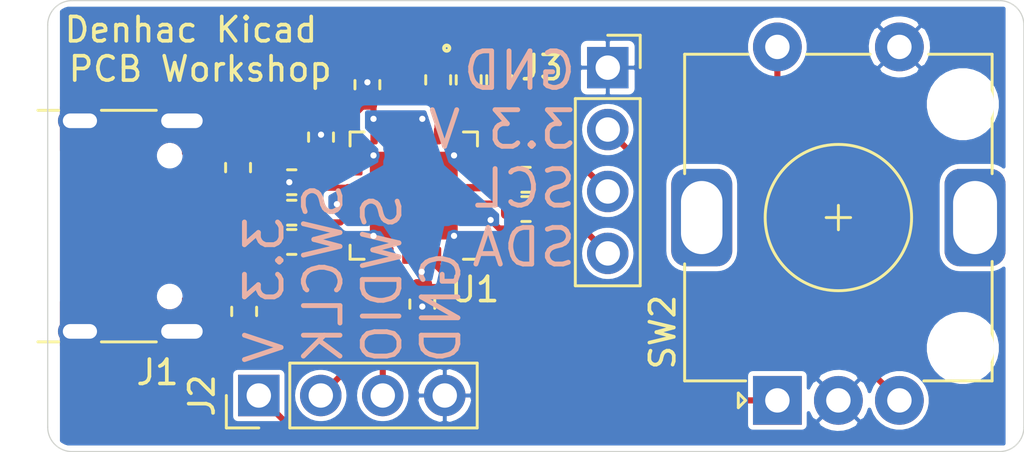
<source format=kicad_pcb>
(kicad_pcb (version 20171130) (host pcbnew 5.1.2+dfsg1-1)

  (general
    (thickness 1.6)
    (drawings 11)
    (tracks 175)
    (zones 0)
    (modules 21)
    (nets 30)
  )

  (page A4)
  (layers
    (0 F.Cu signal)
    (31 B.Cu signal)
    (32 B.Adhes user)
    (33 F.Adhes user)
    (34 B.Paste user)
    (35 F.Paste user)
    (36 B.SilkS user)
    (37 F.SilkS user)
    (38 B.Mask user)
    (39 F.Mask user)
    (40 Dwgs.User user)
    (41 Cmts.User user)
    (42 Eco1.User user)
    (43 Eco2.User user)
    (44 Edge.Cuts user)
    (45 Margin user)
    (46 B.CrtYd user)
    (47 F.CrtYd user)
    (48 B.Fab user)
    (49 F.Fab user hide)
  )

  (setup
    (last_trace_width 0.1524)
    (user_trace_width 0.25)
    (trace_clearance 0.1524)
    (zone_clearance 0.2)
    (zone_45_only no)
    (trace_min 0.1524)
    (via_size 0.508)
    (via_drill 0.254)
    (via_min_size 0.508)
    (via_min_drill 0.254)
    (uvia_size 0.3)
    (uvia_drill 0.1)
    (uvias_allowed no)
    (uvia_min_size 0.2)
    (uvia_min_drill 0.1)
    (edge_width 0.05)
    (segment_width 0.2)
    (pcb_text_width 0.3)
    (pcb_text_size 1.5 1.5)
    (mod_edge_width 0.12)
    (mod_text_size 1 1)
    (mod_text_width 0.15)
    (pad_size 4 2.5)
    (pad_drill 3)
    (pad_to_mask_clearance 0.051)
    (solder_mask_min_width 0.25)
    (aux_axis_origin 0 0)
    (visible_elements FFFFFF7F)
    (pcbplotparams
      (layerselection 0x010fc_ffffffff)
      (usegerberextensions false)
      (usegerberattributes false)
      (usegerberadvancedattributes false)
      (creategerberjobfile false)
      (excludeedgelayer true)
      (linewidth 0.100000)
      (plotframeref false)
      (viasonmask false)
      (mode 1)
      (useauxorigin false)
      (hpglpennumber 1)
      (hpglpenspeed 20)
      (hpglpendiameter 15.000000)
      (psnegative false)
      (psa4output false)
      (plotreference true)
      (plotvalue true)
      (plotinvisibletext false)
      (padsonsilk false)
      (subtractmaskfromsilk false)
      (outputformat 1)
      (mirror false)
      (drillshape 1)
      (scaleselection 1)
      (outputdirectory ""))
  )

  (net 0 "")
  (net 1 GND)
  (net 2 /VBUS)
  (net 3 "Net-(C2-Pad1)")
  (net 4 +3V3)
  (net 5 "Net-(J1-PadB8)")
  (net 6 /CC1)
  (net 7 /D-)
  (net 8 /CC2)
  (net 9 "Net-(J1-PadA8)")
  (net 10 /D+)
  (net 11 /SDA)
  (net 12 /SCL)
  (net 13 "Net-(U1-Pad21)")
  (net 14 "Net-(U1-Pad11)")
  (net 15 "Net-(U1-Pad10)")
  (net 16 /B)
  (net 17 "Net-(U1-Pad7)")
  (net 18 /G)
  (net 19 /R)
  (net 20 "Net-(D1-Pad3)")
  (net 21 "Net-(D1-Pad2)")
  (net 22 "Net-(D1-Pad1)")
  (net 23 /SWDIO)
  (net 24 /SWCLK)
  (net 25 /D1-)
  (net 26 /D1+)
  (net 27 /ENCB)
  (net 28 /ENCA)
  (net 29 /ENCS)

  (net_class Default "This is the default net class."
    (clearance 0.1524)
    (trace_width 0.1524)
    (via_dia 0.508)
    (via_drill 0.254)
    (uvia_dia 0.3)
    (uvia_drill 0.1)
    (diff_pair_width 0.25)
    (diff_pair_gap 0.1524)
    (add_net +3V3)
    (add_net /B)
    (add_net /CC1)
    (add_net /CC2)
    (add_net /D+)
    (add_net /D-)
    (add_net /D1+)
    (add_net /D1-)
    (add_net /ENCA)
    (add_net /ENCB)
    (add_net /ENCS)
    (add_net /G)
    (add_net /R)
    (add_net /SCL)
    (add_net /SDA)
    (add_net /SWCLK)
    (add_net /SWDIO)
    (add_net /VBUS)
    (add_net GND)
    (add_net "Net-(C2-Pad1)")
    (add_net "Net-(D1-Pad1)")
    (add_net "Net-(D1-Pad2)")
    (add_net "Net-(D1-Pad3)")
    (add_net "Net-(J1-PadA8)")
    (add_net "Net-(J1-PadB8)")
    (add_net "Net-(U1-Pad10)")
    (add_net "Net-(U1-Pad11)")
    (add_net "Net-(U1-Pad21)")
    (add_net "Net-(U1-Pad7)")
  )

  (module kicad-workshop:tooling_hole_2.55 (layer F.Cu) (tedit 5B9F06B0) (tstamp 5D2BD728)
    (at 185 85 90)
    (descr DocString)
    (tags Keywords)
    (path /5D38B61D)
    (attr virtual)
    (fp_text reference TH2 (at 0.1 -0.8 90) (layer F.SilkS) hide
      (effects (font (size 0.7 0.7) (thickness 0.127)))
    )
    (fp_text value tooling_hole (at 0 1.27 90) (layer F.SilkS) hide
      (effects (font (size 0.7 0.7) (thickness 0.127)))
    )
    (pad "" np_thru_hole circle (at 0 0 90) (size 2.55 2.55) (drill 2.55) (layers *.Cu *.Paste *.Mask)
      (zone_connect 2))
  )

  (module kicad-workshop:tooling_hole_2.55 (layer F.Cu) (tedit 5B9F06B0) (tstamp 5D2BD723)
    (at 185 95 90)
    (descr DocString)
    (tags Keywords)
    (path /5D38B1D5)
    (attr virtual)
    (fp_text reference TH1 (at 0.1 -0.8 90) (layer F.SilkS) hide
      (effects (font (size 0.7 0.7) (thickness 0.127)))
    )
    (fp_text value tooling_hole (at 0 1.27 90) (layer F.SilkS) hide
      (effects (font (size 0.7 0.7) (thickness 0.127)))
    )
    (pad "" np_thru_hole circle (at 0 0 90) (size 2.55 2.55) (drill 2.55) (layers *.Cu *.Paste *.Mask)
      (zone_connect 2))
  )

  (module kicad-workshop:R_0603_1608Metric (layer F.Cu) (tedit 5C97C86D) (tstamp 5D2B5925)
    (at 163.5 84 270)
    (descr "Resistor SMD 0603 (1608 Metric), square (rectangular) end terminal, IPC_7351 least, (Body size source: http://www.tortai-tech.com/upload/download/2011102023233369053.pdf), generated with kicad-footprint-generator")
    (tags resistor)
    (path /5D33FE1C)
    (attr smd)
    (fp_text reference R9 (at 0 -1.22 90) (layer F.SilkS) hide
      (effects (font (size 1 1) (thickness 0.15)))
    )
    (fp_text value 240 (at 0 1.22 90) (layer F.Fab)
      (effects (font (size 1 1) (thickness 0.15)))
    )
    (fp_text user %R (at 0 0 90) (layer F.Fab)
      (effects (font (size 0.4 0.4) (thickness 0.06)))
    )
    (fp_line (start 1.13 0.52) (end -1.13 0.52) (layer F.CrtYd) (width 0.05))
    (fp_line (start 1.13 -0.52) (end 1.13 0.52) (layer F.CrtYd) (width 0.05))
    (fp_line (start -1.13 -0.52) (end 1.13 -0.52) (layer F.CrtYd) (width 0.05))
    (fp_line (start -1.13 0.52) (end -1.13 -0.52) (layer F.CrtYd) (width 0.05))
    (fp_line (start -0.173153 0.51) (end 0.173153 0.51) (layer F.SilkS) (width 0.12))
    (fp_line (start -0.173153 -0.51) (end 0.173153 -0.51) (layer F.SilkS) (width 0.12))
    (fp_line (start 0.8 0.4) (end -0.8 0.4) (layer F.Fab) (width 0.1))
    (fp_line (start 0.8 -0.4) (end 0.8 0.4) (layer F.Fab) (width 0.1))
    (fp_line (start -0.8 -0.4) (end 0.8 -0.4) (layer F.Fab) (width 0.1))
    (fp_line (start -0.8 0.4) (end -0.8 -0.4) (layer F.Fab) (width 0.1))
    (pad 2 smd roundrect (at 0.7 0 270) (size 0.65 0.8) (layers F.Cu F.Paste F.Mask) (roundrect_rratio 0.25)
      (net 16 /B))
    (pad 1 smd roundrect (at -0.7 0 270) (size 0.65 0.8) (layers F.Cu F.Paste F.Mask) (roundrect_rratio 0.25)
      (net 22 "Net-(D1-Pad1)"))
    (model ${KISYS3DMOD}/Resistor_SMD.3dshapes/R_0603_1608Metric.wrl
      (at (xyz 0 0 0))
      (scale (xyz 1 1 1))
      (rotate (xyz 0 0 0))
    )
  )

  (module kicad-workshop:R_0603_1608Metric (layer F.Cu) (tedit 5C97C86D) (tstamp 5D2B5914)
    (at 164.75 84 270)
    (descr "Resistor SMD 0603 (1608 Metric), square (rectangular) end terminal, IPC_7351 least, (Body size source: http://www.tortai-tech.com/upload/download/2011102023233369053.pdf), generated with kicad-footprint-generator")
    (tags resistor)
    (path /5D33FB01)
    (attr smd)
    (fp_text reference R8 (at 0 -1.22 90) (layer F.SilkS) hide
      (effects (font (size 1 1) (thickness 0.15)))
    )
    (fp_text value 240 (at 0 1.22 90) (layer F.Fab)
      (effects (font (size 1 1) (thickness 0.15)))
    )
    (fp_text user %R (at 0 0 90) (layer F.Fab)
      (effects (font (size 0.4 0.4) (thickness 0.06)))
    )
    (fp_line (start 1.13 0.52) (end -1.13 0.52) (layer F.CrtYd) (width 0.05))
    (fp_line (start 1.13 -0.52) (end 1.13 0.52) (layer F.CrtYd) (width 0.05))
    (fp_line (start -1.13 -0.52) (end 1.13 -0.52) (layer F.CrtYd) (width 0.05))
    (fp_line (start -1.13 0.52) (end -1.13 -0.52) (layer F.CrtYd) (width 0.05))
    (fp_line (start -0.173153 0.51) (end 0.173153 0.51) (layer F.SilkS) (width 0.12))
    (fp_line (start -0.173153 -0.51) (end 0.173153 -0.51) (layer F.SilkS) (width 0.12))
    (fp_line (start 0.8 0.4) (end -0.8 0.4) (layer F.Fab) (width 0.1))
    (fp_line (start 0.8 -0.4) (end 0.8 0.4) (layer F.Fab) (width 0.1))
    (fp_line (start -0.8 -0.4) (end 0.8 -0.4) (layer F.Fab) (width 0.1))
    (fp_line (start -0.8 0.4) (end -0.8 -0.4) (layer F.Fab) (width 0.1))
    (pad 2 smd roundrect (at 0.7 0 270) (size 0.65 0.8) (layers F.Cu F.Paste F.Mask) (roundrect_rratio 0.25)
      (net 18 /G))
    (pad 1 smd roundrect (at -0.7 0 270) (size 0.65 0.8) (layers F.Cu F.Paste F.Mask) (roundrect_rratio 0.25)
      (net 21 "Net-(D1-Pad2)"))
    (model ${KISYS3DMOD}/Resistor_SMD.3dshapes/R_0603_1608Metric.wrl
      (at (xyz 0 0 0))
      (scale (xyz 1 1 1))
      (rotate (xyz 0 0 0))
    )
  )

  (module kicad-workshop:R_0603_1608Metric (layer F.Cu) (tedit 5C97C86D) (tstamp 5D2B5903)
    (at 166 84 270)
    (descr "Resistor SMD 0603 (1608 Metric), square (rectangular) end terminal, IPC_7351 least, (Body size source: http://www.tortai-tech.com/upload/download/2011102023233369053.pdf), generated with kicad-footprint-generator")
    (tags resistor)
    (path /5D33ED28)
    (attr smd)
    (fp_text reference R7 (at 0 -1.22 90) (layer F.SilkS) hide
      (effects (font (size 1 1) (thickness 0.15)))
    )
    (fp_text value 240 (at 0 1.22 90) (layer F.Fab)
      (effects (font (size 1 1) (thickness 0.15)))
    )
    (fp_text user %R (at 0 0 90) (layer F.Fab)
      (effects (font (size 0.4 0.4) (thickness 0.06)))
    )
    (fp_line (start 1.13 0.52) (end -1.13 0.52) (layer F.CrtYd) (width 0.05))
    (fp_line (start 1.13 -0.52) (end 1.13 0.52) (layer F.CrtYd) (width 0.05))
    (fp_line (start -1.13 -0.52) (end 1.13 -0.52) (layer F.CrtYd) (width 0.05))
    (fp_line (start -1.13 0.52) (end -1.13 -0.52) (layer F.CrtYd) (width 0.05))
    (fp_line (start -0.173153 0.51) (end 0.173153 0.51) (layer F.SilkS) (width 0.12))
    (fp_line (start -0.173153 -0.51) (end 0.173153 -0.51) (layer F.SilkS) (width 0.12))
    (fp_line (start 0.8 0.4) (end -0.8 0.4) (layer F.Fab) (width 0.1))
    (fp_line (start 0.8 -0.4) (end 0.8 0.4) (layer F.Fab) (width 0.1))
    (fp_line (start -0.8 -0.4) (end 0.8 -0.4) (layer F.Fab) (width 0.1))
    (fp_line (start -0.8 0.4) (end -0.8 -0.4) (layer F.Fab) (width 0.1))
    (pad 2 smd roundrect (at 0.7 0 270) (size 0.65 0.8) (layers F.Cu F.Paste F.Mask) (roundrect_rratio 0.25)
      (net 19 /R))
    (pad 1 smd roundrect (at -0.7 0 270) (size 0.65 0.8) (layers F.Cu F.Paste F.Mask) (roundrect_rratio 0.25)
      (net 20 "Net-(D1-Pad3)"))
    (model ${KISYS3DMOD}/Resistor_SMD.3dshapes/R_0603_1608Metric.wrl
      (at (xyz 0 0 0))
      (scale (xyz 1 1 1))
      (rotate (xyz 0 0 0))
    )
  )

  (module Rotary_Encoder:RotaryEncoder_Alps_EC12E-Switch_Vertical_H20mm (layer F.Cu) (tedit 5D2B83CE) (tstamp 5D2BBA09)
    (at 177.4 97.15 90)
    (descr "Alps rotary encoder, EC12E... with switch, vertical shaft, http://www.alps.com/prod/info/E/HTML/Encoder/Incremental/EC12E/EC12E1240405.html & http://cdn-reichelt.de/documents/datenblatt/F100/402097STEC12E08.PDF")
    (tags "rotary encoder")
    (path /5D36C6C5)
    (fp_text reference SW2 (at 2.8 -4.7 90) (layer F.SilkS)
      (effects (font (size 1 1) (thickness 0.15)))
    )
    (fp_text value PEC12R-4130F-S0012 (at 7.5 10.4 90) (layer F.Fab)
      (effects (font (size 1 1) (thickness 0.15)))
    )
    (fp_circle (center 7.5 2.5) (end 10.5 2.5) (layer F.Fab) (width 0.12))
    (fp_circle (center 7.5 2.5) (end 10.5 2.5) (layer F.SilkS) (width 0.12))
    (fp_line (start 16 9.85) (end -1.5 9.85) (layer F.CrtYd) (width 0.05))
    (fp_line (start 16 9.85) (end 16 -4.85) (layer F.CrtYd) (width 0.05))
    (fp_line (start -1.5 -4.85) (end -1.5 9.85) (layer F.CrtYd) (width 0.05))
    (fp_line (start -1.5 -4.85) (end 16 -4.85) (layer F.CrtYd) (width 0.05))
    (fp_line (start 1.9 -3.7) (end 14.1 -3.7) (layer F.Fab) (width 0.12))
    (fp_line (start 14.1 -3.7) (end 14.1 8.7) (layer F.Fab) (width 0.12))
    (fp_line (start 14.1 8.7) (end 0.9 8.7) (layer F.Fab) (width 0.12))
    (fp_line (start 0.9 8.7) (end 0.9 -2.6) (layer F.Fab) (width 0.12))
    (fp_line (start 0.9 -2.6) (end 1.9 -3.7) (layer F.Fab) (width 0.12))
    (fp_line (start 9.3 -3.8) (end 14.2 -3.8) (layer F.SilkS) (width 0.12))
    (fp_line (start 14.2 8.8) (end 9.3 8.8) (layer F.SilkS) (width 0.12))
    (fp_line (start 5.7 8.8) (end 0.8 8.8) (layer F.SilkS) (width 0.12))
    (fp_line (start 0.8 8.8) (end 0.8 6) (layer F.SilkS) (width 0.12))
    (fp_line (start 5.6 -3.8) (end 0.8 -3.8) (layer F.SilkS) (width 0.12))
    (fp_line (start 0.8 -3.8) (end 0.8 -1.3) (layer F.SilkS) (width 0.12))
    (fp_line (start 0 -1.3) (end -0.3 -1.6) (layer F.SilkS) (width 0.12))
    (fp_line (start -0.3 -1.6) (end 0.3 -1.6) (layer F.SilkS) (width 0.12))
    (fp_line (start 0.3 -1.6) (end 0 -1.3) (layer F.SilkS) (width 0.12))
    (fp_line (start 7.5 -0.5) (end 7.5 5.5) (layer F.Fab) (width 0.12))
    (fp_line (start 4.5 2.5) (end 10.5 2.5) (layer F.Fab) (width 0.12))
    (fp_line (start 14.2 -3.8) (end 14.2 -1.2) (layer F.SilkS) (width 0.12))
    (fp_line (start 14.2 1.2) (end 14.2 3.8) (layer F.SilkS) (width 0.12))
    (fp_line (start 14.2 6.2) (end 14.2 8.8) (layer F.SilkS) (width 0.12))
    (fp_text user %R (at 11.5 6.6 90) (layer F.Fab)
      (effects (font (size 1 1) (thickness 0.15)))
    )
    (fp_line (start 7.5 2) (end 7.5 3) (layer F.SilkS) (width 0.12))
    (fp_line (start 7 2.5) (end 8 2.5) (layer F.SilkS) (width 0.12))
    (pad A thru_hole rect (at 0 0 90) (size 2 2) (drill 1) (layers *.Cu *.Mask)
      (net 28 /ENCA))
    (pad C thru_hole circle (at 0 2.5 90) (size 2 2) (drill 1) (layers *.Cu *.Mask)
      (net 1 GND))
    (pad B thru_hole circle (at 0 5 90) (size 2 2) (drill 1) (layers *.Cu *.Mask)
      (net 27 /ENCB))
    (pad MP thru_hole roundrect (at 7.5 -3.1 90) (size 4 2.5) (drill oval 3 1.7) (layers *.Cu *.Mask) (roundrect_rratio 0.25))
    (pad MP thru_hole roundrect (at 7.5 8.1 90) (size 4 2.5) (drill oval 3 1.8) (layers *.Cu *.Mask) (roundrect_rratio 0.25))
    (pad S1 thru_hole circle (at 14.5 0 90) (size 2 2) (drill 1) (layers *.Cu *.Mask)
      (net 29 /ENCS))
    (pad S2 thru_hole circle (at 14.5 5 90) (size 2 2) (drill 1) (layers *.Cu *.Mask)
      (net 1 GND))
    (model "/home/dlharmon/parts/index_manufacturer/Bourns/PEC11L-4115F-S0020(M9B43)/pec11r-4x15f-sxxxx.stp"
      (offset (xyz 7.5 -2.5 5))
      (scale (xyz 1 1 1))
      (rotate (xyz -90 0 -90))
    )
  )

  (module kicad-workshop:R_0603_1608Metric (layer F.Cu) (tedit 5C97C86D) (tstamp 5D2A8C72)
    (at 167.1 88.1 180)
    (descr "Resistor SMD 0603 (1608 Metric), square (rectangular) end terminal, IPC_7351 least, (Body size source: http://www.tortai-tech.com/upload/download/2011102023233369053.pdf), generated with kicad-footprint-generator")
    (tags resistor)
    (path /5D312D07)
    (attr smd)
    (fp_text reference R6 (at 0 -1.22) (layer F.SilkS) hide
      (effects (font (size 1 1) (thickness 0.15)))
    )
    (fp_text value "5.1 k" (at 0 1.22) (layer F.Fab)
      (effects (font (size 1 1) (thickness 0.15)))
    )
    (fp_text user %R (at 0 0) (layer F.Fab)
      (effects (font (size 0.4 0.4) (thickness 0.06)))
    )
    (fp_line (start 1.13 0.52) (end -1.13 0.52) (layer F.CrtYd) (width 0.05))
    (fp_line (start 1.13 -0.52) (end 1.13 0.52) (layer F.CrtYd) (width 0.05))
    (fp_line (start -1.13 -0.52) (end 1.13 -0.52) (layer F.CrtYd) (width 0.05))
    (fp_line (start -1.13 0.52) (end -1.13 -0.52) (layer F.CrtYd) (width 0.05))
    (fp_line (start -0.173153 0.51) (end 0.173153 0.51) (layer F.SilkS) (width 0.12))
    (fp_line (start -0.173153 -0.51) (end 0.173153 -0.51) (layer F.SilkS) (width 0.12))
    (fp_line (start 0.8 0.4) (end -0.8 0.4) (layer F.Fab) (width 0.1))
    (fp_line (start 0.8 -0.4) (end 0.8 0.4) (layer F.Fab) (width 0.1))
    (fp_line (start -0.8 -0.4) (end 0.8 -0.4) (layer F.Fab) (width 0.1))
    (fp_line (start -0.8 0.4) (end -0.8 -0.4) (layer F.Fab) (width 0.1))
    (pad 2 smd roundrect (at 0.7 0 180) (size 0.65 0.8) (layers F.Cu F.Paste F.Mask) (roundrect_rratio 0.25)
      (net 12 /SCL))
    (pad 1 smd roundrect (at -0.7 0 180) (size 0.65 0.8) (layers F.Cu F.Paste F.Mask) (roundrect_rratio 0.25)
      (net 4 +3V3))
    (model ${KISYS3DMOD}/Resistor_SMD.3dshapes/R_0603_1608Metric.wrl
      (at (xyz 0 0 0))
      (scale (xyz 1 1 1))
      (rotate (xyz 0 0 0))
    )
  )

  (module kicad-workshop:R_0603_1608Metric (layer F.Cu) (tedit 5C97C86D) (tstamp 5D2A8C61)
    (at 167.1 89.3 180)
    (descr "Resistor SMD 0603 (1608 Metric), square (rectangular) end terminal, IPC_7351 least, (Body size source: http://www.tortai-tech.com/upload/download/2011102023233369053.pdf), generated with kicad-footprint-generator")
    (tags resistor)
    (path /5D312A09)
    (attr smd)
    (fp_text reference R5 (at 0 -1.22) (layer F.SilkS) hide
      (effects (font (size 1 1) (thickness 0.15)))
    )
    (fp_text value "5.1 k" (at 0 1.22) (layer F.Fab)
      (effects (font (size 1 1) (thickness 0.15)))
    )
    (fp_text user %R (at 0 0) (layer F.Fab)
      (effects (font (size 0.4 0.4) (thickness 0.06)))
    )
    (fp_line (start 1.13 0.52) (end -1.13 0.52) (layer F.CrtYd) (width 0.05))
    (fp_line (start 1.13 -0.52) (end 1.13 0.52) (layer F.CrtYd) (width 0.05))
    (fp_line (start -1.13 -0.52) (end 1.13 -0.52) (layer F.CrtYd) (width 0.05))
    (fp_line (start -1.13 0.52) (end -1.13 -0.52) (layer F.CrtYd) (width 0.05))
    (fp_line (start -0.173153 0.51) (end 0.173153 0.51) (layer F.SilkS) (width 0.12))
    (fp_line (start -0.173153 -0.51) (end 0.173153 -0.51) (layer F.SilkS) (width 0.12))
    (fp_line (start 0.8 0.4) (end -0.8 0.4) (layer F.Fab) (width 0.1))
    (fp_line (start 0.8 -0.4) (end 0.8 0.4) (layer F.Fab) (width 0.1))
    (fp_line (start -0.8 -0.4) (end 0.8 -0.4) (layer F.Fab) (width 0.1))
    (fp_line (start -0.8 0.4) (end -0.8 -0.4) (layer F.Fab) (width 0.1))
    (pad 2 smd roundrect (at 0.7 0 180) (size 0.65 0.8) (layers F.Cu F.Paste F.Mask) (roundrect_rratio 0.25)
      (net 11 /SDA))
    (pad 1 smd roundrect (at -0.7 0 180) (size 0.65 0.8) (layers F.Cu F.Paste F.Mask) (roundrect_rratio 0.25)
      (net 4 +3V3))
    (model ${KISYS3DMOD}/Resistor_SMD.3dshapes/R_0603_1608Metric.wrl
      (at (xyz 0 0 0))
      (scale (xyz 1 1 1))
      (rotate (xyz 0 0 0))
    )
  )

  (module kicad-workshop:R_0603_1608Metric (layer F.Cu) (tedit 5C97C86D) (tstamp 5D2A8C50)
    (at 157.5 90.65 180)
    (descr "Resistor SMD 0603 (1608 Metric), square (rectangular) end terminal, IPC_7351 least, (Body size source: http://www.tortai-tech.com/upload/download/2011102023233369053.pdf), generated with kicad-footprint-generator")
    (tags resistor)
    (path /5D2E7F18)
    (attr smd)
    (fp_text reference R4 (at 0 -1.22) (layer F.SilkS) hide
      (effects (font (size 1 1) (thickness 0.15)))
    )
    (fp_text value 15 (at 0 1.22) (layer F.Fab)
      (effects (font (size 1 1) (thickness 0.15)))
    )
    (fp_text user %R (at 0 0) (layer F.Fab)
      (effects (font (size 0.4 0.4) (thickness 0.06)))
    )
    (fp_line (start 1.13 0.52) (end -1.13 0.52) (layer F.CrtYd) (width 0.05))
    (fp_line (start 1.13 -0.52) (end 1.13 0.52) (layer F.CrtYd) (width 0.05))
    (fp_line (start -1.13 -0.52) (end 1.13 -0.52) (layer F.CrtYd) (width 0.05))
    (fp_line (start -1.13 0.52) (end -1.13 -0.52) (layer F.CrtYd) (width 0.05))
    (fp_line (start -0.173153 0.51) (end 0.173153 0.51) (layer F.SilkS) (width 0.12))
    (fp_line (start -0.173153 -0.51) (end 0.173153 -0.51) (layer F.SilkS) (width 0.12))
    (fp_line (start 0.8 0.4) (end -0.8 0.4) (layer F.Fab) (width 0.1))
    (fp_line (start 0.8 -0.4) (end 0.8 0.4) (layer F.Fab) (width 0.1))
    (fp_line (start -0.8 -0.4) (end 0.8 -0.4) (layer F.Fab) (width 0.1))
    (fp_line (start -0.8 0.4) (end -0.8 -0.4) (layer F.Fab) (width 0.1))
    (pad 2 smd roundrect (at 0.7 0 180) (size 0.65 0.8) (layers F.Cu F.Paste F.Mask) (roundrect_rratio 0.25)
      (net 10 /D+))
    (pad 1 smd roundrect (at -0.7 0 180) (size 0.65 0.8) (layers F.Cu F.Paste F.Mask) (roundrect_rratio 0.25)
      (net 26 /D1+))
    (model ${KISYS3DMOD}/Resistor_SMD.3dshapes/R_0603_1608Metric.wrl
      (at (xyz 0 0 0))
      (scale (xyz 1 1 1))
      (rotate (xyz 0 0 0))
    )
  )

  (module kicad-workshop:R_0603_1608Metric (layer F.Cu) (tedit 5C97C86D) (tstamp 5D2A8C3F)
    (at 157.5 89.45 180)
    (descr "Resistor SMD 0603 (1608 Metric), square (rectangular) end terminal, IPC_7351 least, (Body size source: http://www.tortai-tech.com/upload/download/2011102023233369053.pdf), generated with kicad-footprint-generator")
    (tags resistor)
    (path /5D2E76F5)
    (attr smd)
    (fp_text reference R3 (at 0 -1.22) (layer F.SilkS) hide
      (effects (font (size 1 1) (thickness 0.15)))
    )
    (fp_text value 15 (at 0 1.22) (layer F.Fab)
      (effects (font (size 1 1) (thickness 0.15)))
    )
    (fp_text user %R (at 0 0) (layer F.Fab)
      (effects (font (size 0.4 0.4) (thickness 0.06)))
    )
    (fp_line (start 1.13 0.52) (end -1.13 0.52) (layer F.CrtYd) (width 0.05))
    (fp_line (start 1.13 -0.52) (end 1.13 0.52) (layer F.CrtYd) (width 0.05))
    (fp_line (start -1.13 -0.52) (end 1.13 -0.52) (layer F.CrtYd) (width 0.05))
    (fp_line (start -1.13 0.52) (end -1.13 -0.52) (layer F.CrtYd) (width 0.05))
    (fp_line (start -0.173153 0.51) (end 0.173153 0.51) (layer F.SilkS) (width 0.12))
    (fp_line (start -0.173153 -0.51) (end 0.173153 -0.51) (layer F.SilkS) (width 0.12))
    (fp_line (start 0.8 0.4) (end -0.8 0.4) (layer F.Fab) (width 0.1))
    (fp_line (start 0.8 -0.4) (end 0.8 0.4) (layer F.Fab) (width 0.1))
    (fp_line (start -0.8 -0.4) (end 0.8 -0.4) (layer F.Fab) (width 0.1))
    (fp_line (start -0.8 0.4) (end -0.8 -0.4) (layer F.Fab) (width 0.1))
    (pad 2 smd roundrect (at 0.7 0 180) (size 0.65 0.8) (layers F.Cu F.Paste F.Mask) (roundrect_rratio 0.25)
      (net 7 /D-))
    (pad 1 smd roundrect (at -0.7 0 180) (size 0.65 0.8) (layers F.Cu F.Paste F.Mask) (roundrect_rratio 0.25)
      (net 25 /D1-))
    (model ${KISYS3DMOD}/Resistor_SMD.3dshapes/R_0603_1608Metric.wrl
      (at (xyz 0 0 0))
      (scale (xyz 1 1 1))
      (rotate (xyz 0 0 0))
    )
  )

  (module kicad-workshop:R_0603_1608Metric (layer F.Cu) (tedit 5C97C86D) (tstamp 5D2A8C2E)
    (at 155.3 87.6 90)
    (descr "Resistor SMD 0603 (1608 Metric), square (rectangular) end terminal, IPC_7351 least, (Body size source: http://www.tortai-tech.com/upload/download/2011102023233369053.pdf), generated with kicad-footprint-generator")
    (tags resistor)
    (path /5D2DD4CF)
    (attr smd)
    (fp_text reference R2 (at 0 -1.22 90) (layer F.SilkS) hide
      (effects (font (size 1 1) (thickness 0.15)))
    )
    (fp_text value "5.1 k" (at 0 1.22 90) (layer F.Fab)
      (effects (font (size 1 1) (thickness 0.15)))
    )
    (fp_text user %R (at 0 0 90) (layer F.Fab)
      (effects (font (size 0.4 0.4) (thickness 0.06)))
    )
    (fp_line (start 1.13 0.52) (end -1.13 0.52) (layer F.CrtYd) (width 0.05))
    (fp_line (start 1.13 -0.52) (end 1.13 0.52) (layer F.CrtYd) (width 0.05))
    (fp_line (start -1.13 -0.52) (end 1.13 -0.52) (layer F.CrtYd) (width 0.05))
    (fp_line (start -1.13 0.52) (end -1.13 -0.52) (layer F.CrtYd) (width 0.05))
    (fp_line (start -0.173153 0.51) (end 0.173153 0.51) (layer F.SilkS) (width 0.12))
    (fp_line (start -0.173153 -0.51) (end 0.173153 -0.51) (layer F.SilkS) (width 0.12))
    (fp_line (start 0.8 0.4) (end -0.8 0.4) (layer F.Fab) (width 0.1))
    (fp_line (start 0.8 -0.4) (end 0.8 0.4) (layer F.Fab) (width 0.1))
    (fp_line (start -0.8 -0.4) (end 0.8 -0.4) (layer F.Fab) (width 0.1))
    (fp_line (start -0.8 0.4) (end -0.8 -0.4) (layer F.Fab) (width 0.1))
    (pad 2 smd roundrect (at 0.7 0 90) (size 0.65 0.8) (layers F.Cu F.Paste F.Mask) (roundrect_rratio 0.25)
      (net 1 GND))
    (pad 1 smd roundrect (at -0.7 0 90) (size 0.65 0.8) (layers F.Cu F.Paste F.Mask) (roundrect_rratio 0.25)
      (net 6 /CC1))
    (model ${KISYS3DMOD}/Resistor_SMD.3dshapes/R_0603_1608Metric.wrl
      (at (xyz 0 0 0))
      (scale (xyz 1 1 1))
      (rotate (xyz 0 0 0))
    )
  )

  (module kicad-workshop:R_0603_1608Metric (layer F.Cu) (tedit 5C97C86D) (tstamp 5D2A8C1D)
    (at 155.55 93.5 270)
    (descr "Resistor SMD 0603 (1608 Metric), square (rectangular) end terminal, IPC_7351 least, (Body size source: http://www.tortai-tech.com/upload/download/2011102023233369053.pdf), generated with kicad-footprint-generator")
    (tags resistor)
    (path /5D2DCD1F)
    (attr smd)
    (fp_text reference R1 (at 0 -1.22 90) (layer F.SilkS) hide
      (effects (font (size 1 1) (thickness 0.15)))
    )
    (fp_text value "5.1 k" (at 0 1.22 90) (layer F.Fab)
      (effects (font (size 1 1) (thickness 0.15)))
    )
    (fp_text user %R (at 0 0 90) (layer F.Fab)
      (effects (font (size 0.4 0.4) (thickness 0.06)))
    )
    (fp_line (start 1.13 0.52) (end -1.13 0.52) (layer F.CrtYd) (width 0.05))
    (fp_line (start 1.13 -0.52) (end 1.13 0.52) (layer F.CrtYd) (width 0.05))
    (fp_line (start -1.13 -0.52) (end 1.13 -0.52) (layer F.CrtYd) (width 0.05))
    (fp_line (start -1.13 0.52) (end -1.13 -0.52) (layer F.CrtYd) (width 0.05))
    (fp_line (start -0.173153 0.51) (end 0.173153 0.51) (layer F.SilkS) (width 0.12))
    (fp_line (start -0.173153 -0.51) (end 0.173153 -0.51) (layer F.SilkS) (width 0.12))
    (fp_line (start 0.8 0.4) (end -0.8 0.4) (layer F.Fab) (width 0.1))
    (fp_line (start 0.8 -0.4) (end 0.8 0.4) (layer F.Fab) (width 0.1))
    (fp_line (start -0.8 -0.4) (end 0.8 -0.4) (layer F.Fab) (width 0.1))
    (fp_line (start -0.8 0.4) (end -0.8 -0.4) (layer F.Fab) (width 0.1))
    (pad 2 smd roundrect (at 0.7 0 270) (size 0.65 0.8) (layers F.Cu F.Paste F.Mask) (roundrect_rratio 0.25)
      (net 1 GND))
    (pad 1 smd roundrect (at -0.7 0 270) (size 0.65 0.8) (layers F.Cu F.Paste F.Mask) (roundrect_rratio 0.25)
      (net 8 /CC2))
    (model ${KISYS3DMOD}/Resistor_SMD.3dshapes/R_0603_1608Metric.wrl
      (at (xyz 0 0 0))
      (scale (xyz 1 1 1))
      (rotate (xyz 0 0 0))
    )
  )

  (module kicad-workshop:C_0603_1608Metric (layer F.Cu) (tedit 5C97C816) (tstamp 5D2A8BB9)
    (at 162.85 93.2 270)
    (descr "Capacitor SMD 0603 (1608 Metric), square (rectangular) end terminal, IPC_7351 least, (Body size source: http://www.tortai-tech.com/upload/download/2011102023233369053.pdf), generated with kicad-footprint-generator")
    (tags capacitor)
    (path /5D2F2AC2)
    (attr smd)
    (fp_text reference C4 (at 0 -1.22 90) (layer F.SilkS) hide
      (effects (font (size 1 1) (thickness 0.15)))
    )
    (fp_text value "1 μF" (at 0 1.22 90) (layer F.Fab)
      (effects (font (size 1 1) (thickness 0.15)))
    )
    (fp_text user %R (at 0 0 90) (layer F.Fab)
      (effects (font (size 0.4 0.4) (thickness 0.06)))
    )
    (fp_line (start 1.13 0.52) (end -1.13 0.52) (layer F.CrtYd) (width 0.05))
    (fp_line (start 1.13 -0.52) (end 1.13 0.52) (layer F.CrtYd) (width 0.05))
    (fp_line (start -1.13 -0.52) (end 1.13 -0.52) (layer F.CrtYd) (width 0.05))
    (fp_line (start -1.13 0.52) (end -1.13 -0.52) (layer F.CrtYd) (width 0.05))
    (fp_line (start -0.173153 0.51) (end 0.173153 0.51) (layer F.SilkS) (width 0.12))
    (fp_line (start -0.173153 -0.51) (end 0.173153 -0.51) (layer F.SilkS) (width 0.12))
    (fp_line (start 0.8 0.4) (end -0.8 0.4) (layer F.Fab) (width 0.1))
    (fp_line (start 0.8 -0.4) (end 0.8 0.4) (layer F.Fab) (width 0.1))
    (fp_line (start -0.8 -0.4) (end 0.8 -0.4) (layer F.Fab) (width 0.1))
    (fp_line (start -0.8 0.4) (end -0.8 -0.4) (layer F.Fab) (width 0.1))
    (pad 2 smd roundrect (at 0.7 0 270) (size 0.65 0.8) (layers F.Cu F.Paste F.Mask) (roundrect_rratio 0.25)
      (net 1 GND))
    (pad 1 smd roundrect (at -0.7 0 270) (size 0.65 0.8) (layers F.Cu F.Paste F.Mask) (roundrect_rratio 0.25)
      (net 4 +3V3))
    (model ${KISYS3DMOD}/Capacitor_SMD.3dshapes/C_0603_1608Metric.wrl
      (at (xyz 0 0 0))
      (scale (xyz 1 1 1))
      (rotate (xyz 0 0 0))
    )
  )

  (module kicad-workshop:C_0603_1608Metric (layer F.Cu) (tedit 5C97C816) (tstamp 5D2A8BA8)
    (at 160.6 84.2 90)
    (descr "Capacitor SMD 0603 (1608 Metric), square (rectangular) end terminal, IPC_7351 least, (Body size source: http://www.tortai-tech.com/upload/download/2011102023233369053.pdf), generated with kicad-footprint-generator")
    (tags capacitor)
    (path /5D2EF5E6)
    (attr smd)
    (fp_text reference C3 (at 0 -1.22 90) (layer F.SilkS) hide
      (effects (font (size 1 1) (thickness 0.15)))
    )
    (fp_text value "1 μF" (at 0 1.22 90) (layer F.Fab)
      (effects (font (size 1 1) (thickness 0.15)))
    )
    (fp_text user %R (at 0 0 90) (layer F.Fab)
      (effects (font (size 0.4 0.4) (thickness 0.06)))
    )
    (fp_line (start 1.13 0.52) (end -1.13 0.52) (layer F.CrtYd) (width 0.05))
    (fp_line (start 1.13 -0.52) (end 1.13 0.52) (layer F.CrtYd) (width 0.05))
    (fp_line (start -1.13 -0.52) (end 1.13 -0.52) (layer F.CrtYd) (width 0.05))
    (fp_line (start -1.13 0.52) (end -1.13 -0.52) (layer F.CrtYd) (width 0.05))
    (fp_line (start -0.173153 0.51) (end 0.173153 0.51) (layer F.SilkS) (width 0.12))
    (fp_line (start -0.173153 -0.51) (end 0.173153 -0.51) (layer F.SilkS) (width 0.12))
    (fp_line (start 0.8 0.4) (end -0.8 0.4) (layer F.Fab) (width 0.1))
    (fp_line (start 0.8 -0.4) (end 0.8 0.4) (layer F.Fab) (width 0.1))
    (fp_line (start -0.8 -0.4) (end 0.8 -0.4) (layer F.Fab) (width 0.1))
    (fp_line (start -0.8 0.4) (end -0.8 -0.4) (layer F.Fab) (width 0.1))
    (pad 2 smd roundrect (at 0.7 0 90) (size 0.65 0.8) (layers F.Cu F.Paste F.Mask) (roundrect_rratio 0.25)
      (net 1 GND))
    (pad 1 smd roundrect (at -0.7 0 90) (size 0.65 0.8) (layers F.Cu F.Paste F.Mask) (roundrect_rratio 0.25)
      (net 4 +3V3))
    (model ${KISYS3DMOD}/Capacitor_SMD.3dshapes/C_0603_1608Metric.wrl
      (at (xyz 0 0 0))
      (scale (xyz 1 1 1))
      (rotate (xyz 0 0 0))
    )
  )

  (module kicad-workshop:C_0603_1608Metric (layer F.Cu) (tedit 5C97C816) (tstamp 5D2A8B97)
    (at 158.7 86.35 90)
    (descr "Capacitor SMD 0603 (1608 Metric), square (rectangular) end terminal, IPC_7351 least, (Body size source: http://www.tortai-tech.com/upload/download/2011102023233369053.pdf), generated with kicad-footprint-generator")
    (tags capacitor)
    (path /5D2EE341)
    (attr smd)
    (fp_text reference C2 (at 0 -1.22 90) (layer F.SilkS) hide
      (effects (font (size 1 1) (thickness 0.15)))
    )
    (fp_text value "1 μF" (at 0 1.22 90) (layer F.Fab)
      (effects (font (size 1 1) (thickness 0.15)))
    )
    (fp_text user %R (at 0 0 90) (layer F.Fab)
      (effects (font (size 0.4 0.4) (thickness 0.06)))
    )
    (fp_line (start 1.13 0.52) (end -1.13 0.52) (layer F.CrtYd) (width 0.05))
    (fp_line (start 1.13 -0.52) (end 1.13 0.52) (layer F.CrtYd) (width 0.05))
    (fp_line (start -1.13 -0.52) (end 1.13 -0.52) (layer F.CrtYd) (width 0.05))
    (fp_line (start -1.13 0.52) (end -1.13 -0.52) (layer F.CrtYd) (width 0.05))
    (fp_line (start -0.173153 0.51) (end 0.173153 0.51) (layer F.SilkS) (width 0.12))
    (fp_line (start -0.173153 -0.51) (end 0.173153 -0.51) (layer F.SilkS) (width 0.12))
    (fp_line (start 0.8 0.4) (end -0.8 0.4) (layer F.Fab) (width 0.1))
    (fp_line (start 0.8 -0.4) (end 0.8 0.4) (layer F.Fab) (width 0.1))
    (fp_line (start -0.8 -0.4) (end 0.8 -0.4) (layer F.Fab) (width 0.1))
    (fp_line (start -0.8 0.4) (end -0.8 -0.4) (layer F.Fab) (width 0.1))
    (pad 2 smd roundrect (at 0.7 0 90) (size 0.65 0.8) (layers F.Cu F.Paste F.Mask) (roundrect_rratio 0.25)
      (net 1 GND))
    (pad 1 smd roundrect (at -0.7 0 90) (size 0.65 0.8) (layers F.Cu F.Paste F.Mask) (roundrect_rratio 0.25)
      (net 3 "Net-(C2-Pad1)"))
    (model ${KISYS3DMOD}/Capacitor_SMD.3dshapes/C_0603_1608Metric.wrl
      (at (xyz 0 0 0))
      (scale (xyz 1 1 1))
      (rotate (xyz 0 0 0))
    )
  )

  (module kicad-workshop:C_0603_1608Metric (layer F.Cu) (tedit 5C97C816) (tstamp 5D2A8B86)
    (at 157.5 88.2 180)
    (descr "Capacitor SMD 0603 (1608 Metric), square (rectangular) end terminal, IPC_7351 least, (Body size source: http://www.tortai-tech.com/upload/download/2011102023233369053.pdf), generated with kicad-footprint-generator")
    (tags capacitor)
    (path /5D2F5021)
    (attr smd)
    (fp_text reference C1 (at 0 -1.22) (layer F.SilkS) hide
      (effects (font (size 1 1) (thickness 0.15)))
    )
    (fp_text value "4.7 μF" (at 0 1.22) (layer F.Fab)
      (effects (font (size 1 1) (thickness 0.15)))
    )
    (fp_text user %R (at 0 0) (layer F.Fab)
      (effects (font (size 0.4 0.4) (thickness 0.06)))
    )
    (fp_line (start 1.13 0.52) (end -1.13 0.52) (layer F.CrtYd) (width 0.05))
    (fp_line (start 1.13 -0.52) (end 1.13 0.52) (layer F.CrtYd) (width 0.05))
    (fp_line (start -1.13 -0.52) (end 1.13 -0.52) (layer F.CrtYd) (width 0.05))
    (fp_line (start -1.13 0.52) (end -1.13 -0.52) (layer F.CrtYd) (width 0.05))
    (fp_line (start -0.173153 0.51) (end 0.173153 0.51) (layer F.SilkS) (width 0.12))
    (fp_line (start -0.173153 -0.51) (end 0.173153 -0.51) (layer F.SilkS) (width 0.12))
    (fp_line (start 0.8 0.4) (end -0.8 0.4) (layer F.Fab) (width 0.1))
    (fp_line (start 0.8 -0.4) (end 0.8 0.4) (layer F.Fab) (width 0.1))
    (fp_line (start -0.8 -0.4) (end 0.8 -0.4) (layer F.Fab) (width 0.1))
    (fp_line (start -0.8 0.4) (end -0.8 -0.4) (layer F.Fab) (width 0.1))
    (pad 2 smd roundrect (at 0.7 0 180) (size 0.65 0.8) (layers F.Cu F.Paste F.Mask) (roundrect_rratio 0.25)
      (net 1 GND))
    (pad 1 smd roundrect (at -0.7 0 180) (size 0.65 0.8) (layers F.Cu F.Paste F.Mask) (roundrect_rratio 0.25)
      (net 2 /VBUS))
    (model ${KISYS3DMOD}/Capacitor_SMD.3dshapes/C_0603_1608Metric.wrl
      (at (xyz 0 0 0))
      (scale (xyz 1 1 1))
      (rotate (xyz 0 0 0))
    )
  )

  (module kicad_pcb:LED_cree_4_1x1 (layer F.Cu) (tedit 5C86D0D5) (tstamp 5D2B5ED1)
    (at 164.5 82 90)
    (descr DocString)
    (tags Keywords)
    (path /5D33B19C)
    (attr smd)
    (fp_text reference D1 (at 0 -1.27 90) (layer F.SilkS) hide
      (effects (font (size 0.7 0.7) (thickness 0.127)))
    )
    (fp_text value UHD1110-FKA (at 0 1.27 90) (layer F.SilkS) hide
      (effects (font (size 0.7 0.7) (thickness 0.127)))
    )
    (fp_circle (center -0.7 -0.65) (end -0.6 -0.6) (layer F.SilkS) (width 0.15))
    (fp_line (start -0.55 0.55) (end 0.55 0.55) (layer F.Fab) (width 0.12))
    (fp_line (start 0.55 0.55) (end 0.55 -0.55) (layer F.Fab) (width 0.12))
    (fp_line (start 0.55 -0.55) (end -0.55 -0.55) (layer F.Fab) (width 0.12))
    (fp_line (start -0.55 -0.55) (end -0.55 0.55) (layer F.Fab) (width 0.12))
    (pad 1 smd rect (at -0.3 -0.3 90) (size 0.4 0.4) (layers F.Cu F.Paste F.Mask)
      (net 22 "Net-(D1-Pad1)") (zone_connect 2))
    (pad 2 smd rect (at -0.3 0.3 90) (size 0.4 0.4) (layers F.Cu F.Paste F.Mask)
      (net 21 "Net-(D1-Pad2)") (zone_connect 2))
    (pad 3 smd rect (at 0.3 0.3 90) (size 0.4 0.4) (layers F.Cu F.Paste F.Mask)
      (net 20 "Net-(D1-Pad3)") (zone_connect 2))
    (pad 4 smd rect (at 0.3 -0.3 90) (size 0.4 0.4) (layers F.Cu F.Paste F.Mask)
      (net 2 /VBUS) (zone_connect 2))
  )

  (module kicad-workshop:QFN-24-1EP_5x5mm_P0.65mm_EP3.6x3.6mm (layer F.Cu) (tedit 5C904C85) (tstamp 5D2A8CA9)
    (at 162.5 88.75 180)
    (descr "QFN, 24 Pin EFM32HG309, hand edited")
    (tags "QFN NoLead")
    (path /5D2E17BD)
    (attr smd)
    (fp_text reference U1 (at -2.5 -3.85) (layer F.SilkS)
      (effects (font (size 1 1) (thickness 0.15)))
    )
    (fp_text value EFM32HG309F64G-B-QFN24 (at 0 3.55) (layer F.Fab)
      (effects (font (size 1 1) (thickness 0.15)))
    )
    (fp_text user %R (at 0 0) (layer F.Fab)
      (effects (font (size 1 1) (thickness 0.15)))
    )
    (fp_line (start 2.85 -2.85) (end -2.85 -2.85) (layer F.CrtYd) (width 0.05))
    (fp_line (start 2.85 2.85) (end 2.85 -2.85) (layer F.CrtYd) (width 0.05))
    (fp_line (start -2.85 2.85) (end 2.85 2.85) (layer F.CrtYd) (width 0.05))
    (fp_line (start -2.85 -2.85) (end -2.85 2.85) (layer F.CrtYd) (width 0.05))
    (fp_line (start -2.5 -1.5) (end -1.5 -2.5) (layer F.Fab) (width 0.1))
    (fp_line (start -2.5 2.5) (end -2.5 -1.5) (layer F.Fab) (width 0.1))
    (fp_line (start 2.5 2.5) (end -2.5 2.5) (layer F.Fab) (width 0.1))
    (fp_line (start 2.5 -2.5) (end 2.5 2.5) (layer F.Fab) (width 0.1))
    (fp_line (start -1.5 -2.5) (end 2.5 -2.5) (layer F.Fab) (width 0.1))
    (fp_line (start -2.035 -2.61) (end -2.61 -2.61) (layer F.SilkS) (width 0.12))
    (fp_line (start 2.61 2.61) (end 2.61 2.035) (layer F.SilkS) (width 0.12))
    (fp_line (start 2.035 2.61) (end 2.61 2.61) (layer F.SilkS) (width 0.12))
    (fp_line (start -2.61 2.61) (end -2.61 2.035) (layer F.SilkS) (width 0.12))
    (fp_line (start -2.035 2.61) (end -2.61 2.61) (layer F.SilkS) (width 0.12))
    (fp_line (start 2.61 -2.61) (end 2.61 -2.035) (layer F.SilkS) (width 0.12))
    (fp_line (start 2.035 -2.61) (end 2.61 -2.61) (layer F.SilkS) (width 0.12))
    (pad 24 smd roundrect (at -1.625 -2.45 180) (size 0.3 0.7) (layers F.Cu F.Paste F.Mask) (roundrect_rratio 0.25)
      (net 27 /ENCB))
    (pad 23 smd roundrect (at -0.975 -2.45 180) (size 0.3 0.7) (layers F.Cu F.Paste F.Mask) (roundrect_rratio 0.25)
      (net 28 /ENCA))
    (pad 22 smd roundrect (at -0.325 -2.45 180) (size 0.3 0.7) (layers F.Cu F.Paste F.Mask) (roundrect_rratio 0.25)
      (net 4 +3V3))
    (pad 21 smd roundrect (at 0.325 -2.45 180) (size 0.3 0.7) (layers F.Cu F.Paste F.Mask) (roundrect_rratio 0.25)
      (net 13 "Net-(U1-Pad21)"))
    (pad 20 smd roundrect (at 0.975 -2.45 180) (size 0.3 0.7) (layers F.Cu F.Paste F.Mask) (roundrect_rratio 0.25)
      (net 23 /SWDIO))
    (pad 19 smd roundrect (at 1.625 -2.45 180) (size 0.3 0.7) (layers F.Cu F.Paste F.Mask) (roundrect_rratio 0.25)
      (net 24 /SWCLK))
    (pad 18 smd roundrect (at 2.45 -1.625 180) (size 0.7 0.3) (layers F.Cu F.Paste F.Mask) (roundrect_rratio 0.25)
      (net 26 /D1+))
    (pad 17 smd roundrect (at 2.45 -0.975 180) (size 0.7 0.3) (layers F.Cu F.Paste F.Mask) (roundrect_rratio 0.25)
      (net 25 /D1-))
    (pad 16 smd roundrect (at 2.45 -0.325 180) (size 0.7 0.3) (layers F.Cu F.Paste F.Mask) (roundrect_rratio 0.25)
      (net 4 +3V3))
    (pad 15 smd roundrect (at 2.45 0.325 180) (size 0.7 0.3) (layers F.Cu F.Paste F.Mask) (roundrect_rratio 0.25)
      (net 2 /VBUS))
    (pad 14 smd roundrect (at 2.45 0.975 180) (size 0.7 0.3) (layers F.Cu F.Paste F.Mask) (roundrect_rratio 0.25)
      (net 3 "Net-(C2-Pad1)"))
    (pad 13 smd roundrect (at 2.45 1.625 180) (size 0.7 0.3) (layers F.Cu F.Paste F.Mask) (roundrect_rratio 0.25)
      (net 4 +3V3))
    (pad 12 smd roundrect (at 1.625 2.45 180) (size 0.3 0.7) (layers F.Cu F.Paste F.Mask) (roundrect_rratio 0.25)
      (net 4 +3V3))
    (pad 11 smd roundrect (at 0.975 2.45 180) (size 0.3 0.7) (layers F.Cu F.Paste F.Mask) (roundrect_rratio 0.25)
      (net 14 "Net-(U1-Pad11)"))
    (pad 10 smd roundrect (at 0.325 2.45 180) (size 0.3 0.7) (layers F.Cu F.Paste F.Mask) (roundrect_rratio 0.25)
      (net 15 "Net-(U1-Pad10)"))
    (pad 9 smd roundrect (at -0.325 2.45 180) (size 0.3 0.7) (layers F.Cu F.Paste F.Mask) (roundrect_rratio 0.25)
      (net 4 +3V3))
    (pad 8 smd roundrect (at -0.975 2.45 180) (size 0.3 0.7) (layers F.Cu F.Paste F.Mask) (roundrect_rratio 0.25)
      (net 16 /B))
    (pad 7 smd roundrect (at -1.625 2.45 180) (size 0.3 0.7) (layers F.Cu F.Paste F.Mask) (roundrect_rratio 0.25)
      (net 17 "Net-(U1-Pad7)"))
    (pad 6 smd roundrect (at -2.45 1.625 180) (size 0.7 0.3) (layers F.Cu F.Paste F.Mask) (roundrect_rratio 0.25)
      (net 18 /G))
    (pad 5 smd roundrect (at -2.45 0.975 180) (size 0.7 0.3) (layers F.Cu F.Paste F.Mask) (roundrect_rratio 0.25)
      (net 19 /R))
    (pad 4 smd roundrect (at -2.45 0.325 180) (size 0.7 0.3) (layers F.Cu F.Paste F.Mask) (roundrect_rratio 0.25)
      (net 12 /SCL))
    (pad 3 smd roundrect (at -2.45 -0.325 180) (size 0.7 0.3) (layers F.Cu F.Paste F.Mask) (roundrect_rratio 0.25)
      (net 11 /SDA))
    (pad 2 smd roundrect (at -2.45 -0.975 180) (size 0.7 0.3) (layers F.Cu F.Paste F.Mask) (roundrect_rratio 0.25)
      (net 4 +3V3))
    (pad 1 smd roundrect (at -2.45 -1.625 180) (size 0.7 0.3) (layers F.Cu F.Paste F.Mask) (roundrect_rratio 0.25)
      (net 29 /ENCS))
    (pad "" smd roundrect (at 1.2 1.2 180) (size 0.97 0.97) (layers F.Paste) (roundrect_rratio 0.25))
    (pad "" smd roundrect (at 1.2 0 180) (size 0.97 0.97) (layers F.Paste) (roundrect_rratio 0.25))
    (pad "" smd roundrect (at 1.2 -1.2 180) (size 0.97 0.97) (layers F.Paste) (roundrect_rratio 0.25))
    (pad "" smd roundrect (at 0 1.2 180) (size 0.97 0.97) (layers F.Paste) (roundrect_rratio 0.25))
    (pad "" smd roundrect (at 0 0 180) (size 0.97 0.97) (layers F.Paste) (roundrect_rratio 0.25))
    (pad "" smd roundrect (at 0 -1.2 180) (size 0.97 0.97) (layers F.Paste) (roundrect_rratio 0.25))
    (pad "" smd roundrect (at -1.2 1.2 180) (size 0.97 0.97) (layers F.Paste) (roundrect_rratio 0.25))
    (pad "" smd roundrect (at -1.2 0 180) (size 0.97 0.97) (layers F.Paste) (roundrect_rratio 0.25))
    (pad "" smd roundrect (at -1.2 -1.2 180) (size 0.97 0.97) (layers F.Paste) (roundrect_rratio 0.25))
    (pad 25 smd roundrect (at 0 0 180) (size 3.6 3.6) (layers F.Cu F.Mask) (roundrect_rratio 0.06944400000000001)
      (net 1 GND))
    (model ${KISYS3DMOD}/Package_DFN_QFN.3dshapes/QFN-24-1EP_5x5mm_P0.65mm_EP3.2x3.2mm.step
      (at (xyz 0 0 0))
      (scale (xyz 1 1 1))
      (rotate (xyz 0 0 0))
    )
  )

  (module Connector_PinSocket_2.54mm:PinSocket_1x04_P2.54mm_Vertical (layer F.Cu) (tedit 5A19A429) (tstamp 5D2A8C0C)
    (at 170.45 83.5)
    (descr "Through hole straight socket strip, 1x04, 2.54mm pitch, single row (from Kicad 4.0.7), script generated")
    (tags "Through hole socket strip THT 1x04 2.54mm single row")
    (path /5D31AD9D)
    (fp_text reference J3 (at -2.7 0) (layer F.SilkS)
      (effects (font (size 1 1) (thickness 0.15)))
    )
    (fp_text value Conn_01x04 (at 0 10.39) (layer F.Fab)
      (effects (font (size 1 1) (thickness 0.15)))
    )
    (fp_text user %R (at 0 3.81 90) (layer F.Fab)
      (effects (font (size 1 1) (thickness 0.15)))
    )
    (fp_line (start -1.8 9.4) (end -1.8 -1.8) (layer F.CrtYd) (width 0.05))
    (fp_line (start 1.75 9.4) (end -1.8 9.4) (layer F.CrtYd) (width 0.05))
    (fp_line (start 1.75 -1.8) (end 1.75 9.4) (layer F.CrtYd) (width 0.05))
    (fp_line (start -1.8 -1.8) (end 1.75 -1.8) (layer F.CrtYd) (width 0.05))
    (fp_line (start 0 -1.33) (end 1.33 -1.33) (layer F.SilkS) (width 0.12))
    (fp_line (start 1.33 -1.33) (end 1.33 0) (layer F.SilkS) (width 0.12))
    (fp_line (start 1.33 1.27) (end 1.33 8.95) (layer F.SilkS) (width 0.12))
    (fp_line (start -1.33 8.95) (end 1.33 8.95) (layer F.SilkS) (width 0.12))
    (fp_line (start -1.33 1.27) (end -1.33 8.95) (layer F.SilkS) (width 0.12))
    (fp_line (start -1.33 1.27) (end 1.33 1.27) (layer F.SilkS) (width 0.12))
    (fp_line (start -1.27 8.89) (end -1.27 -1.27) (layer F.Fab) (width 0.1))
    (fp_line (start 1.27 8.89) (end -1.27 8.89) (layer F.Fab) (width 0.1))
    (fp_line (start 1.27 -0.635) (end 1.27 8.89) (layer F.Fab) (width 0.1))
    (fp_line (start 0.635 -1.27) (end 1.27 -0.635) (layer F.Fab) (width 0.1))
    (fp_line (start -1.27 -1.27) (end 0.635 -1.27) (layer F.Fab) (width 0.1))
    (pad 4 thru_hole oval (at 0 7.62) (size 1.7 1.7) (drill 1) (layers *.Cu *.Mask)
      (net 11 /SDA))
    (pad 3 thru_hole oval (at 0 5.08) (size 1.7 1.7) (drill 1) (layers *.Cu *.Mask)
      (net 12 /SCL))
    (pad 2 thru_hole oval (at 0 2.54) (size 1.7 1.7) (drill 1) (layers *.Cu *.Mask)
      (net 4 +3V3))
    (pad 1 thru_hole rect (at 0 0) (size 1.7 1.7) (drill 1) (layers *.Cu *.Mask)
      (net 1 GND))
    (model ${KISYS3DMOD}/Connector_PinSocket_2.54mm.3dshapes/PinSocket_1x04_P2.54mm_Vertical.wrl
      (at (xyz 0 0 0))
      (scale (xyz 1 1 1))
      (rotate (xyz 0 0 0))
    )
  )

  (module Connector_PinHeader_2.54mm:PinHeader_1x04_P2.54mm_Vertical (layer F.Cu) (tedit 59FED5CC) (tstamp 5D2A8BF4)
    (at 156.15 96.95 90)
    (descr "Through hole straight pin header, 1x04, 2.54mm pitch, single row")
    (tags "Through hole pin header THT 1x04 2.54mm single row")
    (path /5D303734)
    (fp_text reference J2 (at 0 -2.33 90) (layer F.SilkS)
      (effects (font (size 1 1) (thickness 0.15)))
    )
    (fp_text value Conn_01x04 (at 0 9.95 90) (layer F.Fab)
      (effects (font (size 1 1) (thickness 0.15)))
    )
    (fp_text user %R (at 0 3.81) (layer F.Fab)
      (effects (font (size 1 1) (thickness 0.15)))
    )
    (fp_line (start 1.8 -1.8) (end -1.8 -1.8) (layer F.CrtYd) (width 0.05))
    (fp_line (start 1.8 9.4) (end 1.8 -1.8) (layer F.CrtYd) (width 0.05))
    (fp_line (start -1.8 9.4) (end 1.8 9.4) (layer F.CrtYd) (width 0.05))
    (fp_line (start -1.8 -1.8) (end -1.8 9.4) (layer F.CrtYd) (width 0.05))
    (fp_line (start -1.33 -1.33) (end 0 -1.33) (layer F.SilkS) (width 0.12))
    (fp_line (start -1.33 0) (end -1.33 -1.33) (layer F.SilkS) (width 0.12))
    (fp_line (start -1.33 1.27) (end 1.33 1.27) (layer F.SilkS) (width 0.12))
    (fp_line (start 1.33 1.27) (end 1.33 8.95) (layer F.SilkS) (width 0.12))
    (fp_line (start -1.33 1.27) (end -1.33 8.95) (layer F.SilkS) (width 0.12))
    (fp_line (start -1.33 8.95) (end 1.33 8.95) (layer F.SilkS) (width 0.12))
    (fp_line (start -1.27 -0.635) (end -0.635 -1.27) (layer F.Fab) (width 0.1))
    (fp_line (start -1.27 8.89) (end -1.27 -0.635) (layer F.Fab) (width 0.1))
    (fp_line (start 1.27 8.89) (end -1.27 8.89) (layer F.Fab) (width 0.1))
    (fp_line (start 1.27 -1.27) (end 1.27 8.89) (layer F.Fab) (width 0.1))
    (fp_line (start -0.635 -1.27) (end 1.27 -1.27) (layer F.Fab) (width 0.1))
    (pad 4 thru_hole oval (at 0 7.62 90) (size 1.7 1.7) (drill 1) (layers *.Cu *.Mask)
      (net 1 GND))
    (pad 3 thru_hole oval (at 0 5.08 90) (size 1.7 1.7) (drill 1) (layers *.Cu *.Mask)
      (net 23 /SWDIO))
    (pad 2 thru_hole oval (at 0 2.54 90) (size 1.7 1.7) (drill 1) (layers *.Cu *.Mask)
      (net 24 /SWCLK))
    (pad 1 thru_hole rect (at 0 0 90) (size 1.7 1.7) (drill 1) (layers *.Cu *.Mask)
      (net 4 +3V3))
    (model ${KISYS3DMOD}/Connector_PinHeader_2.54mm.3dshapes/PinHeader_1x04_P2.54mm_Vertical.wrl
      (at (xyz 0 0 0))
      (scale (xyz 1 1 1))
      (rotate (xyz 0 0 0))
    )
  )

  (module kicad-workshop:USB_C_Receptacle_HRO_TYPE-C-31-M-12 (layer F.Cu) (tedit 5D2B5B1C) (tstamp 5D2A8BDC)
    (at 153 90 270)
    (descr "USB TYPE C, RA RCPT PCB, SMT")
    (tags "USB C Type-C Receptacle SMD")
    (path /5D2DB42D)
    (zone_connect 2)
    (attr smd)
    (fp_text reference J1 (at 6 1 180) (layer F.SilkS)
      (effects (font (size 1 1) (thickness 0.15)))
    )
    (fp_text value TYPE-C-31-M-12 (at 0 6.14 90) (layer F.Fab)
      (effects (font (size 1 1) (thickness 0.15)))
    )
    (fp_line (start 4.75 5.05) (end 4.75 5.9) (layer F.SilkS) (width 0.12))
    (fp_line (start -4.75 5.05) (end -4.75 5.9) (layer F.SilkS) (width 0.12))
    (fp_line (start -4.75 1.05) (end -4.75 3.3) (layer F.SilkS) (width 0.12))
    (fp_line (start -4.6 6.7) (end -4.6 -0.65) (layer F.Fab) (width 0.1))
    (fp_text user %R (at 0 0 90) (layer F.Fab)
      (effects (font (size 1 1) (thickness 0.1)))
    )
    (fp_line (start -5.39 7.43) (end -5.39 -1.2) (layer F.CrtYd) (width 0.05))
    (fp_line (start 5.39 7.43) (end -5.39 7.43) (layer F.CrtYd) (width 0.05))
    (fp_line (start 5.39 -1.2) (end 5.39 7.43) (layer F.CrtYd) (width 0.05))
    (fp_line (start -5.39 -1.2) (end 5.39 -1.2) (layer F.CrtYd) (width 0.05))
    (fp_line (start 4.6 6.7) (end 4.6 -0.65) (layer F.Fab) (width 0.1))
    (fp_line (start -4.6 6.7) (end 4.6 6.7) (layer F.Fab) (width 0.1))
    (fp_line (start 4.75 1.05) (end 4.75 3.3) (layer F.SilkS) (width 0.12))
    (fp_line (start -4.6 -0.65) (end 4.6 -0.65) (layer F.Fab) (width 0.1))
    (pad A1 smd roundrect (at -3.2 -0.575 270) (size 0.6 1.15) (layers F.Cu F.Paste F.Mask) (roundrect_rratio 0.125)
      (net 1 GND) (zone_connect 2))
    (pad A4 smd roundrect (at -2.4 -0.575 270) (size 0.6 1.15) (layers F.Cu F.Paste F.Mask) (roundrect_rratio 0.125)
      (net 2 /VBUS) (zone_connect 2))
    (pad B8 smd roundrect (at -1.75 -0.575 270) (size 0.3 1.15) (layers F.Cu F.Paste F.Mask) (roundrect_rratio 0.25)
      (net 5 "Net-(J1-PadB8)") (zone_connect 2))
    (pad A5 smd roundrect (at -1.25 -0.575 270) (size 0.3 1.15) (layers F.Cu F.Paste F.Mask) (roundrect_rratio 0.25)
      (net 6 /CC1) (zone_connect 2))
    (pad B7 smd roundrect (at -0.75 -0.575 270) (size 0.3 1.15) (layers F.Cu F.Paste F.Mask) (roundrect_rratio 0.25)
      (net 7 /D-) (zone_connect 2))
    (pad B1 smd roundrect (at 3.2 -0.575 270) (size 0.6 1.15) (layers F.Cu F.Paste F.Mask) (roundrect_rratio 0.125)
      (net 1 GND) (zone_connect 2))
    (pad B4 smd roundrect (at 2.4 -0.575 270) (size 0.6 1.15) (layers F.Cu F.Paste F.Mask) (roundrect_rratio 0.125)
      (net 2 /VBUS) (zone_connect 2))
    (pad B5 smd roundrect (at 1.75 -0.575 270) (size 0.3 1.15) (layers F.Cu F.Paste F.Mask) (roundrect_rratio 0.25)
      (net 8 /CC2) (zone_connect 2))
    (pad A8 smd roundrect (at 1.25 -0.575 270) (size 0.3 1.15) (layers F.Cu F.Paste F.Mask) (roundrect_rratio 0.25)
      (net 9 "Net-(J1-PadA8)") (zone_connect 2))
    (pad B6 smd roundrect (at 0.75 -0.575 270) (size 0.3 1.15) (layers F.Cu F.Paste F.Mask) (roundrect_rratio 0.25)
      (net 10 /D+) (zone_connect 2))
    (pad A6 smd roundrect (at -0.25 -0.575 270) (size 0.3 1.15) (layers F.Cu F.Paste F.Mask) (roundrect_rratio 0.25)
      (net 10 /D+) (zone_connect 2))
    (pad S1 thru_hole oval (at 4.32 4.18 270) (size 1 1.8) (drill oval 0.6 1.4) (layers *.Cu *.Mask F.Paste)
      (net 1 GND) (zone_connect 2))
    (pad S1 thru_hole oval (at -4.32 4.18 270) (size 1 1.8) (drill oval 0.6 1.4) (layers *.Cu *.Mask F.Paste)
      (net 1 GND) (zone_connect 2))
    (pad "" np_thru_hole circle (at 2.89 0.5 270) (size 0.65 0.65) (drill 0.65) (layers *.Cu *.Mask)
      (zone_connect 2))
    (pad S1 thru_hole oval (at 4.32 0 270) (size 1 2.1) (drill oval 0.6 1.7) (layers *.Cu *.Mask F.Paste)
      (net 1 GND) (zone_connect 2))
    (pad S1 thru_hole oval (at -4.32 0 270) (size 1 2.1) (drill oval 0.6 1.7) (layers *.Cu *.Mask F.Paste)
      (net 1 GND) (zone_connect 2))
    (pad A7 smd roundrect (at 0.25 -0.575 270) (size 0.3 1.15) (layers F.Cu F.Paste F.Mask) (roundrect_rratio 0.25)
      (net 7 /D-) (zone_connect 2))
    (pad "" np_thru_hole circle (at -2.89 0.5 270) (size 0.65 0.65) (drill 0.65) (layers *.Cu *.Mask)
      (zone_connect 2))
    (model "/home/dlharmon/HRO  TYPE-C-31-M-12.step"
      (offset (xyz -4.5 -6.75 0))
      (scale (xyz 1 1 1))
      (rotate (xyz -90 0 0))
    )
  )

  (gr_text "Denhac Kicad \nPCB Workshop\n" (at 153.75 82.75) (layer F.SilkS)
    (effects (font (size 1 1) (thickness 0.15)))
  )
  (gr_text "GND\n3.3 V\nSCL\nSDA" (at 169.25 87.25) (layer B.SilkS) (tstamp 5D2BCC06)
    (effects (font (size 1.5 1.5) (thickness 0.2)) (justify left mirror))
  )
  (gr_text "3.3 V\nSWCLK\nSWDIO\nGND" (at 160 95.75 90) (layer B.SilkS)
    (effects (font (size 1.5 1.5) (thickness 0.2)) (justify right mirror))
  )
  (gr_arc (start 186.5 98.25) (end 186.5 99.25) (angle -90) (layer Edge.Cuts) (width 0.05) (tstamp 5D2BC88B))
  (gr_line (start 148.5 99.25) (end 186.5 99.25) (layer Edge.Cuts) (width 0.05))
  (gr_line (start 187.5 81.75) (end 187.5 98.25) (layer Edge.Cuts) (width 0.05))
  (gr_arc (start 186.5 81.75) (end 187.5 81.75) (angle -90) (layer Edge.Cuts) (width 0.05) (tstamp 5D2BC881))
  (gr_arc (start 148.5 98.25) (end 147.5 98.25) (angle -90) (layer Edge.Cuts) (width 0.05) (tstamp 5D2BBCA7))
  (gr_line (start 147.5 81.75) (end 147.5 98.25) (layer Edge.Cuts) (width 0.05))
  (gr_arc (start 148.5 81.75) (end 148.5 80.75) (angle -90) (layer Edge.Cuts) (width 0.05))
  (gr_line (start 186.5 80.75) (end 148.5 80.75) (layer Edge.Cuts) (width 0.05))

  (via (at 164.15 87.1) (size 0.508) (drill 0.254) (layers F.Cu B.Cu) (net 1) (tstamp 5D2B7100))
  (via (at 164.15 90.4) (size 0.508) (drill 0.254) (layers F.Cu B.Cu) (net 1))
  (via (at 160.85 90.4) (size 0.508) (drill 0.254) (layers F.Cu B.Cu) (net 1))
  (via (at 160.85 87.1) (size 0.508) (drill 0.254) (layers F.Cu B.Cu) (net 1))
  (segment (start 153.0325 94.2875) (end 153 94.32) (width 0.25) (layer F.Cu) (net 1))
  (segment (start 155.55 94.2875) (end 153.0325 94.2875) (width 0.25) (layer F.Cu) (net 1))
  (via (at 157.4 88.2) (size 0.508) (drill 0.254) (layers F.Cu B.Cu) (net 1))
  (segment (start 156.8 88.2) (end 157.4 88.2) (width 0.25) (layer F.Cu) (net 1))
  (segment (start 155.2 86.8) (end 155.3 86.9) (width 0.25) (layer F.Cu) (net 1))
  (segment (start 153.575 86.8) (end 155.2 86.8) (width 0.25) (layer F.Cu) (net 1))
  (via (at 162.85 93.3) (size 0.508) (drill 0.254) (layers F.Cu B.Cu) (net 1))
  (segment (start 162.85 93.9) (end 162.85 93.3) (width 0.25) (layer F.Cu) (net 1))
  (via (at 158.7 86.25) (size 0.508) (drill 0.254) (layers F.Cu B.Cu) (net 1))
  (segment (start 158.7 85.65) (end 158.7 86.25) (width 0.25) (layer F.Cu) (net 1))
  (via (at 160.6 84.1) (size 0.508) (drill 0.254) (layers F.Cu B.Cu) (net 1))
  (segment (start 160.6 83.5) (end 160.6 84.1) (width 0.25) (layer F.Cu) (net 1))
  (segment (start 152.825 87.775) (end 153.4 87.775) (width 0.25) (layer F.Cu) (net 2))
  (segment (start 153.575 92.4) (end 153.17499 92.4) (width 0.25) (layer F.Cu) (net 2))
  (segment (start 153.17499 92.4) (end 153.02499 92.25) (width 0.25) (layer F.Cu) (net 2))
  (segment (start 153.4 87.775) (end 153.575 87.6) (width 0.25) (layer F.Cu) (net 2))
  (segment (start 153.02499 92.25) (end 152.8 92.25) (width 0.25) (layer F.Cu) (net 2))
  (segment (start 151.95 91.4) (end 151.95 88.65) (width 0.25) (layer F.Cu) (net 2))
  (segment (start 152.8 92.25) (end 151.95 91.4) (width 0.25) (layer F.Cu) (net 2))
  (segment (start 151.95 88.65) (end 152.825 87.775) (width 0.25) (layer F.Cu) (net 2))
  (segment (start 158.425 88.425) (end 158.2 88.2) (width 0.25) (layer F.Cu) (net 2))
  (segment (start 160.05 88.425) (end 158.425 88.425) (width 0.25) (layer F.Cu) (net 2))
  (segment (start 157.25 87.25) (end 158.2 88.2) (width 0.25) (layer F.Cu) (net 2))
  (segment (start 157.25 87.25) (end 157.25 84.15) (width 0.25) (layer F.Cu) (net 2))
  (segment (start 156.25 87.25) (end 157.25 87.25) (width 0.25) (layer F.Cu) (net 2))
  (segment (start 155.9 87.6) (end 156.25 87.25) (width 0.25) (layer F.Cu) (net 2))
  (segment (start 153.575 87.6) (end 155.9 87.6) (width 0.25) (layer F.Cu) (net 2))
  (segment (start 159.7 81.7) (end 157.25 84.15) (width 0.25) (layer F.Cu) (net 2))
  (segment (start 164.2 81.7) (end 159.7 81.7) (width 0.25) (layer F.Cu) (net 2))
  (segment (start 159.425 87.775) (end 158.7 87.05) (width 0.25) (layer F.Cu) (net 3))
  (segment (start 160.05 87.775) (end 159.425 87.775) (width 0.25) (layer F.Cu) (net 3))
  (via (at 162.825 91.875) (size 0.508) (drill 0.254) (layers F.Cu B.Cu) (net 4))
  (segment (start 162.825 91.2) (end 162.825 91.875) (width 0.25) (layer F.Cu) (net 4))
  (via (at 159.35 89.1) (size 0.508) (drill 0.254) (layers F.Cu B.Cu) (net 4))
  (segment (start 160.05 89.075) (end 159.375 89.075) (width 0.25) (layer F.Cu) (net 4))
  (segment (start 159.375 89.075) (end 159.35 89.1) (width 0.25) (layer F.Cu) (net 4))
  (segment (start 162.825 91.875) (end 162.825 90.775) (width 0.25) (layer B.Cu) (net 4))
  (segment (start 161.15 89.1) (end 159.35 89.1) (width 0.25) (layer B.Cu) (net 4))
  (via (at 165.65 89.75) (size 0.508) (drill 0.254) (layers F.Cu B.Cu) (net 4))
  (segment (start 164.95 89.725) (end 165.625 89.725) (width 0.25) (layer F.Cu) (net 4))
  (segment (start 165.625 89.725) (end 165.65 89.75) (width 0.25) (layer F.Cu) (net 4))
  (segment (start 165.65 89.75) (end 164.35 89.75) (width 0.25) (layer B.Cu) (net 4))
  (segment (start 164.35 89.75) (end 164.3 89.7) (width 0.25) (layer B.Cu) (net 4))
  (segment (start 163.6 89.7) (end 162.675 90.625) (width 0.25) (layer B.Cu) (net 4))
  (segment (start 162.825 90.775) (end 162.675 90.625) (width 0.25) (layer B.Cu) (net 4))
  (segment (start 164.3 89.7) (end 163.6 89.7) (width 0.25) (layer B.Cu) (net 4))
  (segment (start 162.675 90.625) (end 161.15 89.1) (width 0.25) (layer B.Cu) (net 4))
  (via (at 160.85 85.6) (size 0.508) (drill 0.254) (layers F.Cu B.Cu) (net 4))
  (segment (start 160.875 86.3) (end 160.875 85.625) (width 0.25) (layer F.Cu) (net 4))
  (segment (start 160.875 85.625) (end 160.85 85.6) (width 0.25) (layer F.Cu) (net 4))
  (via (at 162.85 85.6) (size 0.508) (drill 0.254) (layers F.Cu B.Cu) (net 4))
  (segment (start 162.825 86.3) (end 162.825 85.625) (width 0.25) (layer F.Cu) (net 4))
  (segment (start 162.825 85.625) (end 162.85 85.6) (width 0.25) (layer F.Cu) (net 4))
  (segment (start 162.85 85.6) (end 160.85 85.6) (width 0.25) (layer B.Cu) (net 4))
  (segment (start 160.85 85.6) (end 161.65 86.4) (width 0.25) (layer B.Cu) (net 4))
  (segment (start 161.65 88.6) (end 161.15 89.1) (width 0.25) (layer B.Cu) (net 4))
  (segment (start 161.65 86.4) (end 161.65 88.6) (width 0.25) (layer B.Cu) (net 4))
  (segment (start 156.15 96.95) (end 157.5 98.3) (width 0.25) (layer F.Cu) (net 4))
  (segment (start 157.5 98.3) (end 164.4 98.3) (width 0.25) (layer F.Cu) (net 4))
  (segment (start 164.4 98.3) (end 165.2 97.5) (width 0.25) (layer F.Cu) (net 4))
  (segment (start 165.2 97.5) (end 165.2 94.15) (width 0.25) (layer F.Cu) (net 4))
  (segment (start 162.85 92.5) (end 163.55 92.5) (width 0.25) (layer F.Cu) (net 4))
  (segment (start 163.55 92.5) (end 164.05 93) (width 0.25) (layer F.Cu) (net 4))
  (segment (start 165.2 94.15) (end 164.05 93) (width 0.25) (layer F.Cu) (net 4))
  (segment (start 162.825 92.475) (end 162.85 92.5) (width 0.25) (layer F.Cu) (net 4))
  (segment (start 162.825 91.875) (end 162.825 92.475) (width 0.25) (layer F.Cu) (net 4))
  (segment (start 167.8 88.1) (end 167.8 89.3) (width 0.25) (layer F.Cu) (net 4))
  (segment (start 165.65 89.75) (end 166 90.1) (width 0.25) (layer F.Cu) (net 4))
  (segment (start 167 90.1) (end 167.8 89.3) (width 0.25) (layer F.Cu) (net 4))
  (segment (start 166 90.1) (end 167 90.1) (width 0.25) (layer F.Cu) (net 4))
  (segment (start 160.85 85.15) (end 160.85 85.6) (width 0.25) (layer F.Cu) (net 4))
  (segment (start 160.6 84.9) (end 160.85 85.15) (width 0.25) (layer F.Cu) (net 4))
  (segment (start 160.05 87.125) (end 159.775 87.125) (width 0.25) (layer F.Cu) (net 4))
  (segment (start 159.775 87.125) (end 159.65 87) (width 0.25) (layer F.Cu) (net 4))
  (segment (start 159.65 85.85) (end 160.6 84.9) (width 0.25) (layer F.Cu) (net 4))
  (segment (start 159.65 87) (end 159.65 85.85) (width 0.25) (layer F.Cu) (net 4))
  (segment (start 170.45 86.04) (end 171.9 87.49) (width 0.25) (layer F.Cu) (net 4))
  (segment (start 171.9 87.49) (end 171.9 92) (width 0.25) (layer F.Cu) (net 4))
  (segment (start 171.9 92) (end 171.35 92.55) (width 0.25) (layer F.Cu) (net 4))
  (segment (start 171.35 92.55) (end 169.8 92.55) (width 0.25) (layer F.Cu) (net 4))
  (segment (start 167.8 90.55) (end 167.8 89.3) (width 0.25) (layer F.Cu) (net 4))
  (segment (start 169.8 92.55) (end 167.8 90.55) (width 0.25) (layer F.Cu) (net 4))
  (segment (start 154.85 88.75) (end 155.3 88.3) (width 0.25) (layer F.Cu) (net 6))
  (segment (start 153.575 88.75) (end 154.85 88.75) (width 0.25) (layer F.Cu) (net 6))
  (segment (start 153.575 90.25) (end 152.75 90.25) (width 0.25) (layer F.Cu) (net 7))
  (segment (start 152.75 90.25) (end 152.6 90.1) (width 0.25) (layer F.Cu) (net 7))
  (segment (start 152.6 90.1) (end 152.6 89.4) (width 0.25) (layer F.Cu) (net 7))
  (segment (start 152.75 89.25) (end 153.575 89.25) (width 0.25) (layer F.Cu) (net 7))
  (segment (start 152.6 89.4) (end 152.75 89.25) (width 0.25) (layer F.Cu) (net 7))
  (segment (start 154.65 89.25) (end 153.575 89.25) (width 0.25) (layer F.Cu) (net 7))
  (segment (start 155.2488 89.8488) (end 154.65 89.25) (width 0.25) (layer F.Cu) (net 7))
  (segment (start 156.8 89.45) (end 156.4012 89.8488) (width 0.25) (layer F.Cu) (net 7))
  (segment (start 156.4012 89.8488) (end 155.2488 89.8488) (width 0.25) (layer F.Cu) (net 7))
  (segment (start 155.55 92.8) (end 155.45 92.8) (width 0.25) (layer F.Cu) (net 8))
  (segment (start 154.4 91.75) (end 153.575 91.75) (width 0.25) (layer F.Cu) (net 8))
  (segment (start 155.45 92.8) (end 154.4 91.75) (width 0.25) (layer F.Cu) (net 8))
  (segment (start 156.8 90.65) (end 156.4012 90.2512) (width 0.25) (layer F.Cu) (net 10))
  (segment (start 156.4012 90.2512) (end 155.35 90.2512) (width 0.25) (layer F.Cu) (net 10))
  (segment (start 154.8512 90.75) (end 154.65 90.75) (width 0.25) (layer F.Cu) (net 10))
  (segment (start 155.35 90.2512) (end 154.8512 90.75) (width 0.25) (layer F.Cu) (net 10))
  (segment (start 153.575 89.75) (end 154.25 89.75) (width 0.25) (layer F.Cu) (net 10))
  (segment (start 154.5 90.7) (end 154.55 90.75) (width 0.25) (layer F.Cu) (net 10))
  (segment (start 154.5 90) (end 154.5 90.7) (width 0.25) (layer F.Cu) (net 10))
  (segment (start 154.55 90.75) (end 153.575 90.75) (width 0.25) (layer F.Cu) (net 10))
  (segment (start 154.65 90.75) (end 154.55 90.75) (width 0.25) (layer F.Cu) (net 10))
  (segment (start 154.25 89.75) (end 154.5 90) (width 0.25) (layer F.Cu) (net 10))
  (segment (start 166.175 89.075) (end 166.4 89.3) (width 0.25) (layer F.Cu) (net 11))
  (segment (start 164.95 89.075) (end 166.175 89.075) (width 0.25) (layer F.Cu) (net 11))
  (segment (start 166.4 89.3) (end 166.9 89.3) (width 0.25) (layer F.Cu) (net 11))
  (segment (start 166.9 89.3) (end 167.1 89.1) (width 0.25) (layer F.Cu) (net 11))
  (segment (start 167.1 89.1) (end 167.1 87.5) (width 0.25) (layer F.Cu) (net 11))
  (segment (start 167.1 87.5) (end 167.3 87.3) (width 0.25) (layer F.Cu) (net 11))
  (segment (start 167.3 87.3) (end 168.6 87.3) (width 0.25) (layer F.Cu) (net 11))
  (segment (start 168.6 87.3) (end 168.75 87.45) (width 0.25) (layer F.Cu) (net 11))
  (segment (start 168.75 89.42) (end 170.45 91.12) (width 0.25) (layer F.Cu) (net 11))
  (segment (start 168.75 87.45) (end 168.75 89.42) (width 0.25) (layer F.Cu) (net 11))
  (segment (start 166.075 88.425) (end 166.4 88.1) (width 0.25) (layer F.Cu) (net 12))
  (segment (start 164.95 88.425) (end 166.075 88.425) (width 0.25) (layer F.Cu) (net 12))
  (segment (start 170.45 88.58) (end 169.3 87.43) (width 0.25) (layer F.Cu) (net 12))
  (segment (start 169.3 87.43) (end 169.3 87) (width 0.25) (layer F.Cu) (net 12))
  (segment (start 169.3 87) (end 169 86.7) (width 0.25) (layer F.Cu) (net 12))
  (segment (start 169 86.7) (end 167 86.7) (width 0.25) (layer F.Cu) (net 12))
  (segment (start 166.4 87.3) (end 166.4 88.1) (width 0.25) (layer F.Cu) (net 12))
  (segment (start 167 86.7) (end 166.4 87.3) (width 0.25) (layer F.Cu) (net 12))
  (segment (start 163.475 84.725) (end 163.5 84.7) (width 0.25) (layer F.Cu) (net 16))
  (segment (start 163.475 86.3) (end 163.475 84.725) (width 0.25) (layer F.Cu) (net 16))
  (segment (start 164.95 87.125) (end 165.125 87.125) (width 0.25) (layer F.Cu) (net 18))
  (segment (start 165.125 87.125) (end 165.25 87) (width 0.25) (layer F.Cu) (net 18))
  (segment (start 165.25 85.2) (end 164.75 84.7) (width 0.25) (layer F.Cu) (net 18))
  (segment (start 165.25 87) (end 165.25 85.2) (width 0.25) (layer F.Cu) (net 18))
  (segment (start 164.95 87.775) (end 165.475 87.775) (width 0.25) (layer F.Cu) (net 19))
  (segment (start 165.75 87.1) (end 166 86.85) (width 0.25) (layer F.Cu) (net 19))
  (segment (start 165.75 87.5) (end 165.75 87.1) (width 0.25) (layer F.Cu) (net 19))
  (segment (start 166 86.85) (end 166 84.7) (width 0.25) (layer F.Cu) (net 19))
  (segment (start 165.475 87.775) (end 165.75 87.5) (width 0.25) (layer F.Cu) (net 19))
  (segment (start 165.45 81.7) (end 164.8 81.7) (width 0.25) (layer F.Cu) (net 20))
  (segment (start 166 82.25) (end 165.45 81.7) (width 0.25) (layer F.Cu) (net 20))
  (segment (start 166 83.3) (end 166 82.25) (width 0.25) (layer F.Cu) (net 20))
  (segment (start 164.8 83.25) (end 164.75 83.3) (width 0.25) (layer F.Cu) (net 21))
  (segment (start 164.8 82.3) (end 164.8 83.25) (width 0.25) (layer F.Cu) (net 21))
  (segment (start 164.2 82.6) (end 163.5 83.3) (width 0.25) (layer F.Cu) (net 22))
  (segment (start 164.2 82.3) (end 164.2 82.6) (width 0.25) (layer F.Cu) (net 22))
  (segment (start 161.23 95.47) (end 161.525 95.175) (width 0.25) (layer F.Cu) (net 23))
  (segment (start 161.23 96.95) (end 161.23 95.47) (width 0.25) (layer F.Cu) (net 23))
  (segment (start 161.525 91.2) (end 161.525 95.175) (width 0.25) (layer F.Cu) (net 23))
  (segment (start 160.875 94.765) (end 158.69 96.95) (width 0.25) (layer F.Cu) (net 24))
  (segment (start 160.875 91.2) (end 160.875 94.765) (width 0.25) (layer F.Cu) (net 24))
  (segment (start 158.5988 89.8488) (end 158.2 89.45) (width 0.25) (layer F.Cu) (net 25))
  (segment (start 159.6226 89.725) (end 159.4988 89.8488) (width 0.25) (layer F.Cu) (net 25))
  (segment (start 160.05 89.725) (end 159.6226 89.725) (width 0.25) (layer F.Cu) (net 25))
  (segment (start 159.4988 89.8488) (end 158.5988 89.8488) (width 0.25) (layer F.Cu) (net 25))
  (segment (start 158.5988 90.2512) (end 158.2 90.65) (width 0.25) (layer F.Cu) (net 26))
  (segment (start 159.6226 90.375) (end 159.4988 90.2512) (width 0.25) (layer F.Cu) (net 26))
  (segment (start 160.05 90.375) (end 159.6226 90.375) (width 0.25) (layer F.Cu) (net 26))
  (segment (start 159.4988 90.2512) (end 158.5988 90.2512) (width 0.25) (layer F.Cu) (net 26))
  (segment (start 182.4 97.15) (end 179.1 93.85) (width 0.25) (layer F.Cu) (net 27))
  (segment (start 179.1 93.85) (end 168.05 93.85) (width 0.25) (layer F.Cu) (net 27))
  (segment (start 168.05 93.85) (end 166 91.8) (width 0.25) (layer F.Cu) (net 27))
  (segment (start 166 91.8) (end 164.45 91.8) (width 0.25) (layer F.Cu) (net 27))
  (segment (start 164.125 91.475) (end 164.125 91.2) (width 0.25) (layer F.Cu) (net 27))
  (segment (start 164.45 91.8) (end 164.125 91.475) (width 0.25) (layer F.Cu) (net 27))
  (segment (start 163.475 91.2) (end 163.475 91.675) (width 0.25) (layer F.Cu) (net 28))
  (segment (start 163.475 91.675) (end 164.25 92.45) (width 0.25) (layer F.Cu) (net 28))
  (segment (start 164.25 92.45) (end 165.7 92.45) (width 0.25) (layer F.Cu) (net 28) (tstamp 5D2BDBDA))
  (segment (start 170.4 97.15) (end 177.4 97.15) (width 0.25) (layer F.Cu) (net 28))
  (segment (start 165.7 92.45) (end 170.4 97.15) (width 0.25) (layer F.Cu) (net 28))
  (segment (start 164.95 90.375) (end 165.475 90.375) (width 0.25) (layer F.Cu) (net 29))
  (segment (start 165.475 90.375) (end 168.25 93.15) (width 0.25) (layer F.Cu) (net 29))
  (segment (start 168.25 93.15) (end 174.85 93.15) (width 0.25) (layer F.Cu) (net 29))
  (segment (start 177.4 90.6) (end 177.4 82.65) (width 0.25) (layer F.Cu) (net 29))
  (segment (start 174.85 93.15) (end 177.4 90.6) (width 0.25) (layer F.Cu) (net 29))

  (zone (net 1) (net_name GND) (layer B.Cu) (tstamp 0) (hatch edge 0.508)
    (connect_pads (clearance 0.2))
    (min_thickness 0.15)
    (fill yes (arc_segments 32) (thermal_gap 0.25) (thermal_bridge_width 0.16))
    (polygon
      (pts
        (xy 148 81) (xy 148 99) (xy 186.75 99) (xy 186.75 81)
      )
    )
    (filled_polygon
      (pts
        (xy 186.675 81.076613) (xy 186.675 87.565988) (xy 186.625752 87.525571) (xy 186.469924 87.44228) (xy 186.300841 87.390989)
        (xy 186.125 87.37367) (xy 184.875 87.37367) (xy 184.699159 87.390989) (xy 184.530076 87.44228) (xy 184.374248 87.525571)
        (xy 184.237663 87.637663) (xy 184.125571 87.774248) (xy 184.04228 87.930076) (xy 183.990989 88.099159) (xy 183.97367 88.275)
        (xy 183.97367 91.025) (xy 183.990989 91.200841) (xy 184.04228 91.369924) (xy 184.125571 91.525752) (xy 184.237663 91.662337)
        (xy 184.374248 91.774429) (xy 184.530076 91.85772) (xy 184.699159 91.909011) (xy 184.875 91.92633) (xy 186.125 91.92633)
        (xy 186.300841 91.909011) (xy 186.469924 91.85772) (xy 186.625752 91.774429) (xy 186.675 91.734012) (xy 186.675 98.923602)
        (xy 186.670485 98.925) (xy 148.330342 98.925) (xy 148.233799 98.895852) (xy 148.113422 98.831847) (xy 148.075 98.800511)
        (xy 148.075 96.1) (xy 155.02367 96.1) (xy 155.02367 97.8) (xy 155.02898 97.853909) (xy 155.044704 97.905747)
        (xy 155.07024 97.953521) (xy 155.104605 97.995395) (xy 155.146479 98.02976) (xy 155.194253 98.055296) (xy 155.246091 98.07102)
        (xy 155.3 98.07633) (xy 157 98.07633) (xy 157.053909 98.07102) (xy 157.105747 98.055296) (xy 157.153521 98.02976)
        (xy 157.195395 97.995395) (xy 157.22976 97.953521) (xy 157.255296 97.905747) (xy 157.27102 97.853909) (xy 157.27633 97.8)
        (xy 157.27633 96.95) (xy 157.559557 96.95) (xy 157.581278 97.170538) (xy 157.645607 97.382602) (xy 157.750071 97.57804)
        (xy 157.890656 97.749344) (xy 158.06196 97.889929) (xy 158.257398 97.994393) (xy 158.469462 98.058722) (xy 158.634736 98.075)
        (xy 158.745264 98.075) (xy 158.910538 98.058722) (xy 159.122602 97.994393) (xy 159.31804 97.889929) (xy 159.489344 97.749344)
        (xy 159.629929 97.57804) (xy 159.734393 97.382602) (xy 159.798722 97.170538) (xy 159.820443 96.95) (xy 160.099557 96.95)
        (xy 160.121278 97.170538) (xy 160.185607 97.382602) (xy 160.290071 97.57804) (xy 160.430656 97.749344) (xy 160.60196 97.889929)
        (xy 160.797398 97.994393) (xy 161.009462 98.058722) (xy 161.174736 98.075) (xy 161.285264 98.075) (xy 161.450538 98.058722)
        (xy 161.662602 97.994393) (xy 161.85804 97.889929) (xy 162.029344 97.749344) (xy 162.169929 97.57804) (xy 162.274393 97.382602)
        (xy 162.338722 97.170538) (xy 162.341853 97.138747) (xy 162.610258 97.138747) (xy 162.669365 97.361375) (xy 162.770769 97.568194)
        (xy 162.910573 97.751256) (xy 163.083404 97.903526) (xy 163.28262 98.019153) (xy 163.500566 98.093693) (xy 163.581253 98.109741)
        (xy 163.765 98.043739) (xy 163.765 96.955) (xy 163.775 96.955) (xy 163.775 98.043739) (xy 163.958747 98.109741)
        (xy 164.039434 98.093693) (xy 164.25738 98.019153) (xy 164.456596 97.903526) (xy 164.629427 97.751256) (xy 164.769231 97.568194)
        (xy 164.870635 97.361375) (xy 164.929742 97.138747) (xy 164.86374 96.955) (xy 163.775 96.955) (xy 163.765 96.955)
        (xy 162.67626 96.955) (xy 162.610258 97.138747) (xy 162.341853 97.138747) (xy 162.360443 96.95) (xy 162.341854 96.761253)
        (xy 162.610258 96.761253) (xy 162.67626 96.945) (xy 163.765 96.945) (xy 163.765 95.856261) (xy 163.775 95.856261)
        (xy 163.775 96.945) (xy 164.86374 96.945) (xy 164.929742 96.761253) (xy 164.870635 96.538625) (xy 164.769231 96.331806)
        (xy 164.630387 96.15) (xy 176.12367 96.15) (xy 176.12367 98.15) (xy 176.12898 98.203909) (xy 176.144704 98.255747)
        (xy 176.17024 98.303521) (xy 176.204605 98.345395) (xy 176.246479 98.37976) (xy 176.294253 98.405296) (xy 176.346091 98.42102)
        (xy 176.4 98.42633) (xy 178.4 98.42633) (xy 178.453909 98.42102) (xy 178.505747 98.405296) (xy 178.553521 98.37976)
        (xy 178.595395 98.345395) (xy 178.62976 98.303521) (xy 178.655296 98.255747) (xy 178.67102 98.203909) (xy 178.67633 98.15)
        (xy 178.67633 98.037526) (xy 179.019545 98.037526) (xy 179.121467 98.230066) (xy 179.347137 98.361197) (xy 179.594053 98.445782)
        (xy 179.852726 98.480571) (xy 180.113215 98.464227) (xy 180.365512 98.397378) (xy 180.599918 98.282593) (xy 180.678533 98.230066)
        (xy 180.780455 98.037526) (xy 179.9 97.157071) (xy 179.019545 98.037526) (xy 178.67633 98.037526) (xy 178.67633 97.663927)
        (xy 178.767407 97.849918) (xy 178.819934 97.928533) (xy 179.012474 98.030455) (xy 179.892929 97.15) (xy 179.907071 97.15)
        (xy 180.787526 98.030455) (xy 180.980066 97.928533) (xy 181.111197 97.702863) (xy 181.1737 97.520407) (xy 181.173998 97.521904)
        (xy 181.27011 97.753939) (xy 181.409643 97.962765) (xy 181.587235 98.140357) (xy 181.796061 98.27989) (xy 182.028096 98.376002)
        (xy 182.274423 98.425) (xy 182.525577 98.425) (xy 182.771904 98.376002) (xy 183.003939 98.27989) (xy 183.212765 98.140357)
        (xy 183.390357 97.962765) (xy 183.52989 97.753939) (xy 183.626002 97.521904) (xy 183.675 97.275577) (xy 183.675 97.024423)
        (xy 183.626002 96.778096) (xy 183.52989 96.546061) (xy 183.390357 96.337235) (xy 183.212765 96.159643) (xy 183.003939 96.02011)
        (xy 182.771904 95.923998) (xy 182.525577 95.875) (xy 182.274423 95.875) (xy 182.028096 95.923998) (xy 181.796061 96.02011)
        (xy 181.587235 96.159643) (xy 181.409643 96.337235) (xy 181.27011 96.546061) (xy 181.173998 96.778096) (xy 181.173219 96.782014)
        (xy 181.147378 96.684488) (xy 181.032593 96.450082) (xy 180.980066 96.371467) (xy 180.787526 96.269545) (xy 179.907071 97.15)
        (xy 179.892929 97.15) (xy 179.012474 96.269545) (xy 178.819934 96.371467) (xy 178.688803 96.597137) (xy 178.67633 96.633548)
        (xy 178.67633 96.262474) (xy 179.019545 96.262474) (xy 179.9 97.142929) (xy 180.780455 96.262474) (xy 180.678533 96.069934)
        (xy 180.452863 95.938803) (xy 180.205947 95.854218) (xy 179.947274 95.819429) (xy 179.686785 95.835773) (xy 179.434488 95.902622)
        (xy 179.200082 96.017407) (xy 179.121467 96.069934) (xy 179.019545 96.262474) (xy 178.67633 96.262474) (xy 178.67633 96.15)
        (xy 178.67102 96.096091) (xy 178.655296 96.044253) (xy 178.62976 95.996479) (xy 178.595395 95.954605) (xy 178.553521 95.92024)
        (xy 178.505747 95.894704) (xy 178.453909 95.87898) (xy 178.4 95.87367) (xy 176.4 95.87367) (xy 176.346091 95.87898)
        (xy 176.294253 95.894704) (xy 176.246479 95.92024) (xy 176.204605 95.954605) (xy 176.17024 95.996479) (xy 176.144704 96.044253)
        (xy 176.12898 96.096091) (xy 176.12367 96.15) (xy 164.630387 96.15) (xy 164.629427 96.148744) (xy 164.456596 95.996474)
        (xy 164.25738 95.880847) (xy 164.039434 95.806307) (xy 163.958747 95.790259) (xy 163.775 95.856261) (xy 163.765 95.856261)
        (xy 163.581253 95.790259) (xy 163.500566 95.806307) (xy 163.28262 95.880847) (xy 163.083404 95.996474) (xy 162.910573 96.148744)
        (xy 162.770769 96.331806) (xy 162.669365 96.538625) (xy 162.610258 96.761253) (xy 162.341854 96.761253) (xy 162.338722 96.729462)
        (xy 162.274393 96.517398) (xy 162.169929 96.32196) (xy 162.029344 96.150656) (xy 161.85804 96.010071) (xy 161.662602 95.905607)
        (xy 161.450538 95.841278) (xy 161.285264 95.825) (xy 161.174736 95.825) (xy 161.009462 95.841278) (xy 160.797398 95.905607)
        (xy 160.60196 96.010071) (xy 160.430656 96.150656) (xy 160.290071 96.32196) (xy 160.185607 96.517398) (xy 160.121278 96.729462)
        (xy 160.099557 96.95) (xy 159.820443 96.95) (xy 159.798722 96.729462) (xy 159.734393 96.517398) (xy 159.629929 96.32196)
        (xy 159.489344 96.150656) (xy 159.31804 96.010071) (xy 159.122602 95.905607) (xy 158.910538 95.841278) (xy 158.745264 95.825)
        (xy 158.634736 95.825) (xy 158.469462 95.841278) (xy 158.257398 95.905607) (xy 158.06196 96.010071) (xy 157.890656 96.150656)
        (xy 157.750071 96.32196) (xy 157.645607 96.517398) (xy 157.581278 96.729462) (xy 157.559557 96.95) (xy 157.27633 96.95)
        (xy 157.27633 96.1) (xy 157.27102 96.046091) (xy 157.255296 95.994253) (xy 157.22976 95.946479) (xy 157.195395 95.904605)
        (xy 157.153521 95.87024) (xy 157.105747 95.844704) (xy 157.053909 95.82898) (xy 157 95.82367) (xy 155.3 95.82367)
        (xy 155.246091 95.82898) (xy 155.194253 95.844704) (xy 155.146479 95.87024) (xy 155.104605 95.904605) (xy 155.07024 95.946479)
        (xy 155.044704 95.994253) (xy 155.02898 96.046091) (xy 155.02367 96.1) (xy 148.075 96.1) (xy 148.075 94.847338)
        (xy 183.45 94.847338) (xy 183.45 95.152662) (xy 183.509565 95.452118) (xy 183.626408 95.7342) (xy 183.796036 95.988068)
        (xy 184.011932 96.203964) (xy 184.2658 96.373592) (xy 184.547882 96.490435) (xy 184.847338 96.55) (xy 185.152662 96.55)
        (xy 185.452118 96.490435) (xy 185.7342 96.373592) (xy 185.988068 96.203964) (xy 186.203964 95.988068) (xy 186.373592 95.7342)
        (xy 186.490435 95.452118) (xy 186.55 95.152662) (xy 186.55 94.847338) (xy 186.490435 94.547882) (xy 186.373592 94.2658)
        (xy 186.203964 94.011932) (xy 185.988068 93.796036) (xy 185.7342 93.626408) (xy 185.452118 93.509565) (xy 185.152662 93.45)
        (xy 184.847338 93.45) (xy 184.547882 93.509565) (xy 184.2658 93.626408) (xy 184.011932 93.796036) (xy 183.796036 94.011932)
        (xy 183.626408 94.2658) (xy 183.509565 94.547882) (xy 183.45 94.847338) (xy 148.075 94.847338) (xy 148.075 92.830905)
        (xy 151.9 92.830905) (xy 151.9 92.949095) (xy 151.923058 93.065014) (xy 151.968287 93.174207) (xy 152.03395 93.272478)
        (xy 152.117522 93.35605) (xy 152.215793 93.421713) (xy 152.324986 93.466942) (xy 152.440905 93.49) (xy 152.559095 93.49)
        (xy 152.675014 93.466942) (xy 152.784207 93.421713) (xy 152.882478 93.35605) (xy 152.96605 93.272478) (xy 153.031713 93.174207)
        (xy 153.076942 93.065014) (xy 153.1 92.949095) (xy 153.1 92.830905) (xy 153.076942 92.714986) (xy 153.031713 92.605793)
        (xy 152.96605 92.507522) (xy 152.882478 92.42395) (xy 152.784207 92.358287) (xy 152.675014 92.313058) (xy 152.559095 92.29)
        (xy 152.440905 92.29) (xy 152.324986 92.313058) (xy 152.215793 92.358287) (xy 152.117522 92.42395) (xy 152.03395 92.507522)
        (xy 151.968287 92.605793) (xy 151.923058 92.714986) (xy 151.9 92.830905) (xy 148.075 92.830905) (xy 148.075 88.75)
        (xy 158.725 88.75) (xy 158.725 89.25) (xy 158.730284 89.30365) (xy 158.745933 89.355238) (xy 158.771346 89.402782)
        (xy 158.805546 89.444454) (xy 159.555546 90.194454) (xy 159.597218 90.228654) (xy 159.644762 90.254067) (xy 159.69635 90.269716)
        (xy 159.75 90.275) (xy 161.102824 90.275) (xy 162.521186 92.402543) (xy 162.555546 92.444454) (xy 162.597218 92.478654)
        (xy 162.644762 92.504067) (xy 162.69635 92.519716) (xy 162.75 92.525) (xy 163.25 92.525) (xy 163.297617 92.520846)
        (xy 163.349542 92.506352) (xy 163.397641 92.482007) (xy 163.440066 92.448746) (xy 163.475187 92.407847) (xy 163.501655 92.360882)
        (xy 163.518451 92.309656) (xy 163.782819 91.12) (xy 169.319557 91.12) (xy 169.341278 91.340538) (xy 169.405607 91.552602)
        (xy 169.510071 91.74804) (xy 169.650656 91.919344) (xy 169.82196 92.059929) (xy 170.017398 92.164393) (xy 170.229462 92.228722)
        (xy 170.394736 92.245) (xy 170.505264 92.245) (xy 170.670538 92.228722) (xy 170.882602 92.164393) (xy 171.07804 92.059929)
        (xy 171.249344 91.919344) (xy 171.389929 91.74804) (xy 171.494393 91.552602) (xy 171.558722 91.340538) (xy 171.580443 91.12)
        (xy 171.558722 90.899462) (xy 171.494393 90.687398) (xy 171.389929 90.49196) (xy 171.249344 90.320656) (xy 171.07804 90.180071)
        (xy 170.882602 90.075607) (xy 170.670538 90.011278) (xy 170.505264 89.995) (xy 170.394736 89.995) (xy 170.229462 90.011278)
        (xy 170.017398 90.075607) (xy 169.82196 90.180071) (xy 169.650656 90.320656) (xy 169.510071 90.49196) (xy 169.405607 90.687398)
        (xy 169.341278 90.899462) (xy 169.319557 91.12) (xy 163.782819 91.12) (xy 163.970597 90.275) (xy 165.577788 90.275)
        (xy 165.597898 90.279) (xy 165.702102 90.279) (xy 165.722212 90.275) (xy 166 90.275) (xy 166.05365 90.269716)
        (xy 166.105238 90.254067) (xy 166.152782 90.228654) (xy 166.194454 90.194454) (xy 166.228654 90.152782) (xy 166.254067 90.105238)
        (xy 166.269716 90.05365) (xy 166.275 90) (xy 166.275 89.5) (xy 166.2661 89.430604) (xy 166.247449 89.380024)
        (xy 166.219288 89.334055) (xy 166.1827 89.294462) (xy 165.378931 88.58) (xy 169.319557 88.58) (xy 169.341278 88.800538)
        (xy 169.405607 89.012602) (xy 169.510071 89.20804) (xy 169.650656 89.379344) (xy 169.82196 89.519929) (xy 170.017398 89.624393)
        (xy 170.229462 89.688722) (xy 170.394736 89.705) (xy 170.505264 89.705) (xy 170.670538 89.688722) (xy 170.882602 89.624393)
        (xy 171.07804 89.519929) (xy 171.249344 89.379344) (xy 171.389929 89.20804) (xy 171.494393 89.012602) (xy 171.558722 88.800538)
        (xy 171.580443 88.58) (xy 171.558722 88.359462) (xy 171.533101 88.275) (xy 172.77367 88.275) (xy 172.77367 91.025)
        (xy 172.790989 91.200841) (xy 172.84228 91.369924) (xy 172.925571 91.525752) (xy 173.037663 91.662337) (xy 173.174248 91.774429)
        (xy 173.330076 91.85772) (xy 173.499159 91.909011) (xy 173.675 91.92633) (xy 174.925 91.92633) (xy 175.100841 91.909011)
        (xy 175.269924 91.85772) (xy 175.425752 91.774429) (xy 175.562337 91.662337) (xy 175.674429 91.525752) (xy 175.75772 91.369924)
        (xy 175.809011 91.200841) (xy 175.82633 91.025) (xy 175.82633 88.275) (xy 175.809011 88.099159) (xy 175.75772 87.930076)
        (xy 175.674429 87.774248) (xy 175.562337 87.637663) (xy 175.425752 87.525571) (xy 175.269924 87.44228) (xy 175.100841 87.390989)
        (xy 174.925 87.37367) (xy 173.675 87.37367) (xy 173.499159 87.390989) (xy 173.330076 87.44228) (xy 173.174248 87.525571)
        (xy 173.037663 87.637663) (xy 172.925571 87.774248) (xy 172.84228 87.930076) (xy 172.790989 88.099159) (xy 172.77367 88.275)
        (xy 171.533101 88.275) (xy 171.494393 88.147398) (xy 171.389929 87.95196) (xy 171.249344 87.780656) (xy 171.07804 87.640071)
        (xy 170.882602 87.535607) (xy 170.670538 87.471278) (xy 170.505264 87.455) (xy 170.394736 87.455) (xy 170.229462 87.471278)
        (xy 170.017398 87.535607) (xy 169.82196 87.640071) (xy 169.650656 87.780656) (xy 169.510071 87.95196) (xy 169.405607 88.147398)
        (xy 169.341278 88.359462) (xy 169.319557 88.58) (xy 165.378931 88.58) (xy 163.987642 87.343299) (xy 163.55321 86.04)
        (xy 169.319557 86.04) (xy 169.341278 86.260538) (xy 169.405607 86.472602) (xy 169.510071 86.66804) (xy 169.650656 86.839344)
        (xy 169.82196 86.979929) (xy 170.017398 87.084393) (xy 170.229462 87.148722) (xy 170.394736 87.165) (xy 170.505264 87.165)
        (xy 170.670538 87.148722) (xy 170.882602 87.084393) (xy 171.07804 86.979929) (xy 171.249344 86.839344) (xy 171.389929 86.66804)
        (xy 171.494393 86.472602) (xy 171.558722 86.260538) (xy 171.580443 86.04) (xy 171.558722 85.819462) (xy 171.494393 85.607398)
        (xy 171.389929 85.41196) (xy 171.249344 85.240656) (xy 171.07804 85.100071) (xy 170.882602 84.995607) (xy 170.670538 84.931278)
        (xy 170.505264 84.915) (xy 170.394736 84.915) (xy 170.229462 84.931278) (xy 170.017398 84.995607) (xy 169.82196 85.100071)
        (xy 169.650656 85.240656) (xy 169.510071 85.41196) (xy 169.405607 85.607398) (xy 169.341278 85.819462) (xy 169.319557 86.04)
        (xy 163.55321 86.04) (xy 163.363944 85.472204) (xy 163.358671 85.445696) (xy 163.340422 85.401638) (xy 163.260888 85.163037)
        (xy 163.228654 85.097218) (xy 163.194454 85.055546) (xy 163.152782 85.021346) (xy 163.105238 84.995933) (xy 163.05365 84.980284)
        (xy 163 84.975) (xy 160.5 84.975) (xy 160.44635 84.980284) (xy 160.394762 84.995933) (xy 160.347218 85.021346)
        (xy 160.305546 85.055546) (xy 160.271346 85.097218) (xy 160.245933 85.144762) (xy 160.230284 85.19635) (xy 160.225 85.25)
        (xy 160.225 86) (xy 160.230284 86.05365) (xy 160.245933 86.105238) (xy 160.271346 86.152782) (xy 160.305546 86.194454)
        (xy 160.975 86.863908) (xy 160.975 87.338189) (xy 158.866448 88.509607) (xy 158.805546 88.555546) (xy 158.771346 88.597218)
        (xy 158.745933 88.644762) (xy 158.730284 88.69635) (xy 158.725 88.75) (xy 148.075 88.75) (xy 148.075 87.050905)
        (xy 151.9 87.050905) (xy 151.9 87.169095) (xy 151.923058 87.285014) (xy 151.968287 87.394207) (xy 152.03395 87.492478)
        (xy 152.117522 87.57605) (xy 152.215793 87.641713) (xy 152.324986 87.686942) (xy 152.440905 87.71) (xy 152.559095 87.71)
        (xy 152.675014 87.686942) (xy 152.784207 87.641713) (xy 152.882478 87.57605) (xy 152.96605 87.492478) (xy 153.031713 87.394207)
        (xy 153.076942 87.285014) (xy 153.1 87.169095) (xy 153.1 87.050905) (xy 153.076942 86.934986) (xy 153.031713 86.825793)
        (xy 152.96605 86.727522) (xy 152.882478 86.64395) (xy 152.784207 86.578287) (xy 152.675014 86.533058) (xy 152.559095 86.51)
        (xy 152.440905 86.51) (xy 152.324986 86.533058) (xy 152.215793 86.578287) (xy 152.117522 86.64395) (xy 152.03395 86.727522)
        (xy 151.968287 86.825793) (xy 151.923058 86.934986) (xy 151.9 87.050905) (xy 148.075 87.050905) (xy 148.075 84.847338)
        (xy 183.45 84.847338) (xy 183.45 85.152662) (xy 183.509565 85.452118) (xy 183.626408 85.7342) (xy 183.796036 85.988068)
        (xy 184.011932 86.203964) (xy 184.2658 86.373592) (xy 184.547882 86.490435) (xy 184.847338 86.55) (xy 185.152662 86.55)
        (xy 185.452118 86.490435) (xy 185.7342 86.373592) (xy 185.988068 86.203964) (xy 186.203964 85.988068) (xy 186.373592 85.7342)
        (xy 186.490435 85.452118) (xy 186.55 85.152662) (xy 186.55 84.847338) (xy 186.490435 84.547882) (xy 186.373592 84.2658)
        (xy 186.203964 84.011932) (xy 185.988068 83.796036) (xy 185.7342 83.626408) (xy 185.452118 83.509565) (xy 185.152662 83.45)
        (xy 184.847338 83.45) (xy 184.547882 83.509565) (xy 184.2658 83.626408) (xy 184.011932 83.796036) (xy 183.796036 84.011932)
        (xy 183.626408 84.2658) (xy 183.509565 84.547882) (xy 183.45 84.847338) (xy 148.075 84.847338) (xy 148.075 84.35)
        (xy 169.273427 84.35) (xy 169.279702 84.413711) (xy 169.298286 84.474974) (xy 169.328464 84.531434) (xy 169.369078 84.580922)
        (xy 169.418566 84.621536) (xy 169.475026 84.651714) (xy 169.536289 84.670298) (xy 169.6 84.676573) (xy 170.36375 84.675)
        (xy 170.445 84.59375) (xy 170.445 83.505) (xy 170.455 83.505) (xy 170.455 84.59375) (xy 170.53625 84.675)
        (xy 171.3 84.676573) (xy 171.363711 84.670298) (xy 171.424974 84.651714) (xy 171.481434 84.621536) (xy 171.530922 84.580922)
        (xy 171.571536 84.531434) (xy 171.601714 84.474974) (xy 171.620298 84.413711) (xy 171.626573 84.35) (xy 171.625 83.58625)
        (xy 171.54375 83.505) (xy 170.455 83.505) (xy 170.445 83.505) (xy 169.35625 83.505) (xy 169.275 83.58625)
        (xy 169.273427 84.35) (xy 148.075 84.35) (xy 148.075 82.65) (xy 169.273427 82.65) (xy 169.275 83.41375)
        (xy 169.35625 83.495) (xy 170.445 83.495) (xy 170.445 82.40625) (xy 170.455 82.40625) (xy 170.455 83.495)
        (xy 171.54375 83.495) (xy 171.625 83.41375) (xy 171.626573 82.65) (xy 171.620298 82.586289) (xy 171.601714 82.525026)
        (xy 171.601392 82.524423) (xy 176.125 82.524423) (xy 176.125 82.775577) (xy 176.173998 83.021904) (xy 176.27011 83.253939)
        (xy 176.409643 83.462765) (xy 176.587235 83.640357) (xy 176.796061 83.77989) (xy 177.028096 83.876002) (xy 177.274423 83.925)
        (xy 177.525577 83.925) (xy 177.771904 83.876002) (xy 178.003939 83.77989) (xy 178.212765 83.640357) (xy 178.315596 83.537526)
        (xy 181.519545 83.537526) (xy 181.621467 83.730066) (xy 181.847137 83.861197) (xy 182.094053 83.945782) (xy 182.352726 83.980571)
        (xy 182.613215 83.964227) (xy 182.865512 83.897378) (xy 183.099918 83.782593) (xy 183.178533 83.730066) (xy 183.280455 83.537526)
        (xy 182.4 82.657071) (xy 181.519545 83.537526) (xy 178.315596 83.537526) (xy 178.390357 83.462765) (xy 178.52989 83.253939)
        (xy 178.626002 83.021904) (xy 178.675 82.775577) (xy 178.675 82.602726) (xy 181.069429 82.602726) (xy 181.085773 82.863215)
        (xy 181.152622 83.115512) (xy 181.267407 83.349918) (xy 181.319934 83.428533) (xy 181.512474 83.530455) (xy 182.392929 82.65)
        (xy 182.407071 82.65) (xy 183.287526 83.530455) (xy 183.480066 83.428533) (xy 183.611197 83.202863) (xy 183.695782 82.955947)
        (xy 183.730571 82.697274) (xy 183.714227 82.436785) (xy 183.647378 82.184488) (xy 183.532593 81.950082) (xy 183.480066 81.871467)
        (xy 183.287526 81.769545) (xy 182.407071 82.65) (xy 182.392929 82.65) (xy 181.512474 81.769545) (xy 181.319934 81.871467)
        (xy 181.188803 82.097137) (xy 181.104218 82.344053) (xy 181.069429 82.602726) (xy 178.675 82.602726) (xy 178.675 82.524423)
        (xy 178.626002 82.278096) (xy 178.52989 82.046061) (xy 178.390357 81.837235) (xy 178.315596 81.762474) (xy 181.519545 81.762474)
        (xy 182.4 82.642929) (xy 183.280455 81.762474) (xy 183.178533 81.569934) (xy 182.952863 81.438803) (xy 182.705947 81.354218)
        (xy 182.447274 81.319429) (xy 182.186785 81.335773) (xy 181.934488 81.402622) (xy 181.700082 81.517407) (xy 181.621467 81.569934)
        (xy 181.519545 81.762474) (xy 178.315596 81.762474) (xy 178.212765 81.659643) (xy 178.003939 81.52011) (xy 177.771904 81.423998)
        (xy 177.525577 81.375) (xy 177.274423 81.375) (xy 177.028096 81.423998) (xy 176.796061 81.52011) (xy 176.587235 81.659643)
        (xy 176.409643 81.837235) (xy 176.27011 82.046061) (xy 176.173998 82.278096) (xy 176.125 82.524423) (xy 171.601392 82.524423)
        (xy 171.571536 82.468566) (xy 171.530922 82.419078) (xy 171.481434 82.378464) (xy 171.424974 82.348286) (xy 171.363711 82.329702)
        (xy 171.3 82.323427) (xy 170.53625 82.325) (xy 170.455 82.40625) (xy 170.445 82.40625) (xy 170.36375 82.325)
        (xy 169.6 82.323427) (xy 169.536289 82.329702) (xy 169.475026 82.348286) (xy 169.418566 82.378464) (xy 169.369078 82.419078)
        (xy 169.328464 82.468566) (xy 169.298286 82.525026) (xy 169.279702 82.586289) (xy 169.273427 82.65) (xy 148.075 82.65)
        (xy 148.075 81.199299) (xy 148.109368 81.170867) (xy 148.229295 81.106023) (xy 148.329515 81.075) (xy 186.669657 81.075)
      )
    )
  )
  (zone (net 1) (net_name GND) (layer F.Cu) (tstamp 0) (hatch edge 0.508)
    (connect_pads yes (clearance 0.2))
    (min_thickness 0.2)
    (fill yes (arc_segments 32) (thermal_gap 0.25) (thermal_bridge_width 0.25))
    (polygon
      (pts
        (xy 154.5 93) (xy 148 93) (xy 148 95) (xy 154.5 95)
      )
    )
    (filled_polygon
      (pts
        (xy 151.946132 93.186048) (xy 152.014531 93.288414) (xy 152.101586 93.375469) (xy 152.203952 93.443868) (xy 152.317694 93.490981)
        (xy 152.438443 93.515) (xy 152.561557 93.515) (xy 152.682306 93.490981) (xy 152.796048 93.443868) (xy 152.898414 93.375469)
        (xy 152.985469 93.288414) (xy 153.053868 93.186048) (xy 153.08951 93.1) (xy 154.4 93.1) (xy 154.4 94.9)
        (xy 148.1 94.9) (xy 148.1 93.1) (xy 151.91049 93.1)
      )
    )
  )
  (zone (net 1) (net_name GND) (layer F.Cu) (tstamp 5D2B659C) (hatch edge 0.508)
    (connect_pads yes (clearance 0.2))
    (min_thickness 0.2)
    (fill yes (arc_segments 32) (thermal_gap 0.25) (thermal_bridge_width 0.25))
    (polygon
      (pts
        (xy 154.5 85) (xy 148 85) (xy 148 87) (xy 154.5 87)
      )
    )
    (filled_polygon
      (pts
        (xy 154.4 86.9) (xy 153.08951 86.9) (xy 153.053868 86.813952) (xy 152.985469 86.711586) (xy 152.898414 86.624531)
        (xy 152.796048 86.556132) (xy 152.682306 86.509019) (xy 152.561557 86.485) (xy 152.438443 86.485) (xy 152.317694 86.509019)
        (xy 152.203952 86.556132) (xy 152.101586 86.624531) (xy 152.014531 86.711586) (xy 151.946132 86.813952) (xy 151.91049 86.9)
        (xy 148.1 86.9) (xy 148.1 85.1) (xy 154.4 85.1)
      )
    )
  )
  (zone (net 4) (net_name +3V3) (layer B.Cu) (tstamp 5D2B9A6A) (hatch edge 0.508)
    (priority 1)
    (connect_pads yes (clearance 0.2))
    (min_thickness 0.2)
    (fill yes (arc_segments 32) (thermal_gap 0.25) (thermal_bridge_width 0.25))
    (polygon
      (pts
        (xy 159.75 90) (xy 159 89.25) (xy 159 88.75) (xy 161.25 87.5) (xy 161.25 86.75)
        (xy 160.5 86) (xy 160.5 85.25) (xy 163 85.25) (xy 163.75 87.5) (xy 166 89.5)
        (xy 166 90) (xy 163.75 90) (xy 163.25 92.25) (xy 162.75 92.25) (xy 161.25 90)
      )
    )
    (filled_polygon
      (pts
        (xy 163.655132 87.531623) (xy 163.663124 87.549523) (xy 163.674455 87.56552) (xy 163.683564 87.574741) (xy 165.9 89.544906)
        (xy 165.9 89.9) (xy 164.390567 89.9) (xy 164.311596 89.867289) (xy 164.204564 89.846) (xy 164.095436 89.846)
        (xy 163.988404 89.867289) (xy 163.909433 89.9) (xy 163.75 89.9) (xy 163.730491 89.901921) (xy 163.711732 89.907612)
        (xy 163.694443 89.916853) (xy 163.679289 89.929289) (xy 163.666853 89.944443) (xy 163.657612 89.961732) (xy 163.652381 89.978307)
        (xy 163.169783 92.15) (xy 162.803518 92.15) (xy 161.333205 89.94453) (xy 161.320785 89.929363) (xy 161.305644 89.916911)
        (xy 161.288365 89.907652) (xy 161.269612 89.901942) (xy 161.25 89.9) (xy 161.090567 89.9) (xy 161.011596 89.867289)
        (xy 160.904564 89.846) (xy 160.795436 89.846) (xy 160.688404 89.867289) (xy 160.609433 89.9) (xy 159.791422 89.9)
        (xy 159.1 89.208578) (xy 159.1 88.80884) (xy 161.298564 87.587416) (xy 161.314685 87.576262) (xy 161.32832 87.562177)
        (xy 161.338945 87.545703) (xy 161.346152 87.527472) (xy 161.35 87.5) (xy 161.35 87.340567) (xy 161.382711 87.261596)
        (xy 161.404 87.154564) (xy 161.404 87.045436) (xy 161.382711 86.938404) (xy 161.35 86.859433) (xy 161.35 86.75)
        (xy 161.348079 86.730491) (xy 161.342388 86.711732) (xy 161.333147 86.694443) (xy 161.320711 86.679289) (xy 160.6 85.958578)
        (xy 160.6 85.35) (xy 162.927924 85.35)
      )
    )
  )
)

</source>
